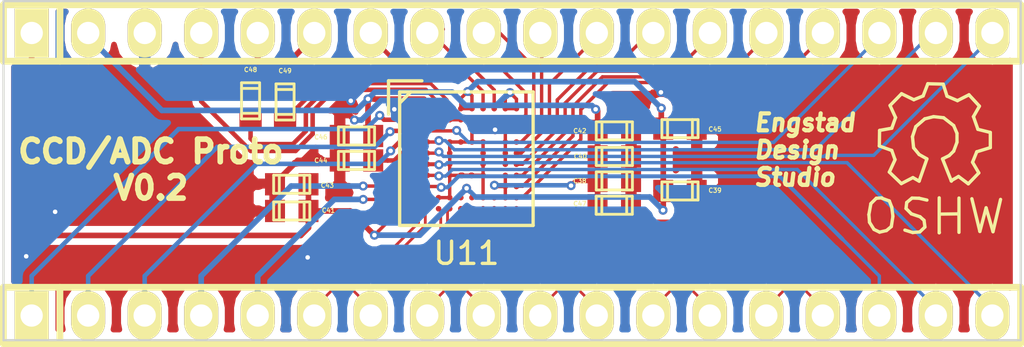
<source format=kicad_pcb>
(kicad_pcb (version 4) (host pcbnew 0.201506222247+5806~23~ubuntu15.04.1-product)

  (general
    (links 98)
    (no_connects 0)
    (area 34.985599 44.237599 80.805601 59.577601)
    (thickness 1.6)
    (drawings 6)
    (tracks 443)
    (zones 0)
    (modules 16)
    (nets 39)
  )

  (page A4)
  (layers
    (0 F.Cu signal)
    (31 B.Cu signal)
    (32 B.Adhes user)
    (33 F.Adhes user)
    (34 B.Paste user)
    (35 F.Paste user)
    (36 B.SilkS user)
    (37 F.SilkS user)
    (38 B.Mask user)
    (39 F.Mask user)
    (40 Dwgs.User user)
    (41 Cmts.User user)
    (42 Eco1.User user)
    (43 Eco2.User user)
    (44 Edge.Cuts user)
    (45 Margin user)
    (46 B.CrtYd user)
    (47 F.CrtYd user)
    (48 B.Fab user)
    (49 F.Fab user)
  )

  (setup
    (last_trace_width 0.1524)
    (user_trace_width 0.1524)
    (user_trace_width 0.1778)
    (user_trace_width 0.2032)
    (user_trace_width 0.254)
    (user_trace_width 0.3048)
    (user_trace_width 0.381)
    (user_trace_width 0.508)
    (user_trace_width 0.762)
    (user_trace_width 1.016)
    (user_trace_width 1.27)
    (trace_clearance 0.1016)
    (zone_clearance 0.3)
    (zone_45_only no)
    (trace_min 0.1524)
    (segment_width 0.2)
    (edge_width 0.1)
    (via_size 0.4064)
    (via_drill 0.2032)
    (via_min_size 0.4064)
    (via_min_drill 0.2032)
    (user_via 0.4064 0.2032)
    (uvia_size 0.3)
    (uvia_drill 0.1)
    (uvias_allowed no)
    (uvia_min_size 0)
    (uvia_min_drill 0)
    (pcb_text_width 0.3)
    (pcb_text_size 1.5 1.5)
    (mod_edge_width 0.15)
    (mod_text_size 1 1)
    (mod_text_width 0.15)
    (pad_size 1.5 1.5)
    (pad_drill 0.6)
    (pad_to_mask_clearance 0)
    (aux_axis_origin 67.85 99.8)
    (grid_origin 36.3056 45.5576)
    (visible_elements FFFFFFFF)
    (pcbplotparams
      (layerselection 0x0f0ff_80000001)
      (usegerberextensions false)
      (excludeedgelayer true)
      (linewidth 0.100000)
      (plotframeref false)
      (viasonmask false)
      (mode 1)
      (useauxorigin false)
      (hpglpennumber 1)
      (hpglpenspeed 20)
      (hpglpendiameter 15)
      (hpglpenoverlay 2)
      (psnegative false)
      (psa4output false)
      (plotreference true)
      (plotvalue true)
      (plotinvisibletext false)
      (padsonsilk false)
      (subtractmaskfromsilk false)
      (outputformat 1)
      (mirror false)
      (drillshape 0)
      (scaleselection 1)
      (outputdirectory ../gerber/proto-1/))
  )

  (net 0 "")
  (net 1 /h-driver/3V3)
  (net 2 /h-driver/1V8)
  (net 3 /h-driver/RG1)
  (net 4 /h-driver/RG2)
  (net 5 /h-driver/HL1)
  (net 6 /h-driver/H1)
  (net 7 /h-driver/HL2)
  (net 8 /h-driver/A0+)
  (net 9 /h-driver/A0-)
  (net 10 /h-driver/A1+)
  (net 11 /h-driver/A1-)
  (net 12 /h-driver/TCLK+)
  (net 13 /h-driver/TCLK-)
  (net 14 /h-driver/B0+)
  (net 15 /h-driver/B0-)
  (net 16 /h-driver/B1+)
  (net 17 /h-driver/B1-)
  (net 18 /h-driver/CLI)
  (net 19 /h-driver/GP01)
  (net 20 /h-driver/GP02)
  (net 21 /h-driver/GP03)
  (net 22 /h-driver/GP04)
  (net 23 /h-driver/SCK)
  (net 24 /h-driver/SDATA)
  (net 25 /h-driver/SL)
  (net 26 /h-driver/SYNC)
  (net 27 /h-driver/VD)
  (net 28 /h-driver/HD)
  (net 29 "Net-(C48-Pad2)")
  (net 30 "Net-(C49-Pad2)")
  (net 31 /h-driver/GND)
  (net 32 /h-driver/IN_A+)
  (net 33 /h-driver/IN_B+)
  (net 34 /h-driver/IN_B-)
  (net 35 /h-driver/IN_A-)
  (net 36 /h-driver/H4)
  (net 37 /h-driver/H3)
  (net 38 /h-driver/H2)

  (net_class Default "This is the default net class."
    (clearance 0.1016)
    (trace_width 0.1524)
    (via_dia 0.4064)
    (via_drill 0.2032)
    (uvia_dia 0.3)
    (uvia_drill 0.1)
    (add_net /h-driver/1V8)
    (add_net /h-driver/3V3)
    (add_net /h-driver/A0+)
    (add_net /h-driver/A0-)
    (add_net /h-driver/A1+)
    (add_net /h-driver/A1-)
    (add_net /h-driver/B0+)
    (add_net /h-driver/B0-)
    (add_net /h-driver/B1+)
    (add_net /h-driver/B1-)
    (add_net /h-driver/CLI)
    (add_net /h-driver/GND)
    (add_net /h-driver/GP01)
    (add_net /h-driver/GP02)
    (add_net /h-driver/GP03)
    (add_net /h-driver/GP04)
    (add_net /h-driver/H1)
    (add_net /h-driver/H2)
    (add_net /h-driver/H3)
    (add_net /h-driver/H4)
    (add_net /h-driver/HD)
    (add_net /h-driver/HL1)
    (add_net /h-driver/HL2)
    (add_net /h-driver/IN_A+)
    (add_net /h-driver/IN_A-)
    (add_net /h-driver/IN_B+)
    (add_net /h-driver/IN_B-)
    (add_net /h-driver/RG1)
    (add_net /h-driver/RG2)
    (add_net /h-driver/SCK)
    (add_net /h-driver/SDATA)
    (add_net /h-driver/SL)
    (add_net /h-driver/SYNC)
    (add_net /h-driver/TCLK+)
    (add_net /h-driver/TCLK-)
    (add_net /h-driver/VD)
    (add_net "Net-(C48-Pad2)")
    (add_net "Net-(C49-Pad2)")
  )

  (module w_smd_cap:c_0603 (layer F.Cu) (tedit 0) (tstamp 557FB0C4)
    (at 62.49 52.37 180)
    (descr "SMT capacitor, 0603")
    (path /557AD230/557B1270)
    (fp_text reference C38 (at 1.55 0 180) (layer F.SilkS)
      (effects (font (size 0.20066 0.20066) (thickness 0.04064)))
    )
    (fp_text value 0.1uF (at 0 0.635 180) (layer F.SilkS) hide
      (effects (font (size 0.20066 0.20066) (thickness 0.04064)))
    )
    (fp_line (start 0.5588 0.4064) (end 0.5588 -0.4064) (layer F.SilkS) (width 0.127))
    (fp_line (start -0.5588 -0.381) (end -0.5588 0.4064) (layer F.SilkS) (width 0.127))
    (fp_line (start -0.8128 -0.4064) (end 0.8128 -0.4064) (layer F.SilkS) (width 0.127))
    (fp_line (start 0.8128 -0.4064) (end 0.8128 0.4064) (layer F.SilkS) (width 0.127))
    (fp_line (start 0.8128 0.4064) (end -0.8128 0.4064) (layer F.SilkS) (width 0.127))
    (fp_line (start -0.8128 0.4064) (end -0.8128 -0.4064) (layer F.SilkS) (width 0.127))
    (pad 1 smd rect (at 0.75184 0 180) (size 0.89916 1.00076) (layers F.Cu F.Paste F.Mask)
      (net 1 /h-driver/3V3))
    (pad 2 smd rect (at -0.75184 0 180) (size 0.89916 1.00076) (layers F.Cu F.Paste F.Mask)
      (net 31 /h-driver/GND))
    (model walter/smd_cap/c_0603.wrl
      (at (xyz 0 0 0))
      (scale (xyz 1 1 1))
      (rotate (xyz 0 0 0))
    )
  )

  (module w_smd_cap:c_0603 (layer F.Cu) (tedit 0) (tstamp 557FB0D0)
    (at 65.44 52.82 180)
    (descr "SMT capacitor, 0603")
    (path /557AD230/557B1F86)
    (fp_text reference C39 (at -1.575 0.025 180) (layer F.SilkS)
      (effects (font (size 0.20066 0.20066) (thickness 0.04064)))
    )
    (fp_text value 0.1uF (at 0 0.635 180) (layer F.SilkS) hide
      (effects (font (size 0.20066 0.20066) (thickness 0.04064)))
    )
    (fp_line (start 0.5588 0.4064) (end 0.5588 -0.4064) (layer F.SilkS) (width 0.127))
    (fp_line (start -0.5588 -0.381) (end -0.5588 0.4064) (layer F.SilkS) (width 0.127))
    (fp_line (start -0.8128 -0.4064) (end 0.8128 -0.4064) (layer F.SilkS) (width 0.127))
    (fp_line (start 0.8128 -0.4064) (end 0.8128 0.4064) (layer F.SilkS) (width 0.127))
    (fp_line (start 0.8128 0.4064) (end -0.8128 0.4064) (layer F.SilkS) (width 0.127))
    (fp_line (start -0.8128 0.4064) (end -0.8128 -0.4064) (layer F.SilkS) (width 0.127))
    (pad 1 smd rect (at 0.75184 0 180) (size 0.89916 1.00076) (layers F.Cu F.Paste F.Mask)
      (net 2 /h-driver/1V8))
    (pad 2 smd rect (at -0.75184 0 180) (size 0.89916 1.00076) (layers F.Cu F.Paste F.Mask)
      (net 31 /h-driver/GND))
    (model walter/smd_cap/c_0603.wrl
      (at (xyz 0 0 0))
      (scale (xyz 1 1 1))
      (rotate (xyz 0 0 0))
    )
  )

  (module w_smd_cap:c_0603 (layer F.Cu) (tedit 0) (tstamp 557FB0DC)
    (at 62.49 51.27 180)
    (descr "SMT capacitor, 0603")
    (path /557AD230/557B1343)
    (fp_text reference C40 (at 1.525 0 180) (layer F.SilkS)
      (effects (font (size 0.20066 0.20066) (thickness 0.04064)))
    )
    (fp_text value 0.1uF (at 0 0.635 180) (layer F.SilkS) hide
      (effects (font (size 0.20066 0.20066) (thickness 0.04064)))
    )
    (fp_line (start 0.5588 0.4064) (end 0.5588 -0.4064) (layer F.SilkS) (width 0.127))
    (fp_line (start -0.5588 -0.381) (end -0.5588 0.4064) (layer F.SilkS) (width 0.127))
    (fp_line (start -0.8128 -0.4064) (end 0.8128 -0.4064) (layer F.SilkS) (width 0.127))
    (fp_line (start 0.8128 -0.4064) (end 0.8128 0.4064) (layer F.SilkS) (width 0.127))
    (fp_line (start 0.8128 0.4064) (end -0.8128 0.4064) (layer F.SilkS) (width 0.127))
    (fp_line (start -0.8128 0.4064) (end -0.8128 -0.4064) (layer F.SilkS) (width 0.127))
    (pad 1 smd rect (at 0.75184 0 180) (size 0.89916 1.00076) (layers F.Cu F.Paste F.Mask)
      (net 1 /h-driver/3V3))
    (pad 2 smd rect (at -0.75184 0 180) (size 0.89916 1.00076) (layers F.Cu F.Paste F.Mask)
      (net 31 /h-driver/GND))
    (model walter/smd_cap/c_0603.wrl
      (at (xyz 0 0 0))
      (scale (xyz 1 1 1))
      (rotate (xyz 0 0 0))
    )
  )

  (module w_smd_cap:c_0603 (layer F.Cu) (tedit 0) (tstamp 557FB0E8)
    (at 47.99 53.72)
    (descr "SMT capacitor, 0603")
    (path /557AD230/557B211B)
    (fp_text reference C41 (at 1.65 -0.025) (layer F.SilkS)
      (effects (font (size 0.20066 0.20066) (thickness 0.04064)))
    )
    (fp_text value 0.1uF (at 0 0.635) (layer F.SilkS) hide
      (effects (font (size 0.20066 0.20066) (thickness 0.04064)))
    )
    (fp_line (start 0.5588 0.4064) (end 0.5588 -0.4064) (layer F.SilkS) (width 0.127))
    (fp_line (start -0.5588 -0.381) (end -0.5588 0.4064) (layer F.SilkS) (width 0.127))
    (fp_line (start -0.8128 -0.4064) (end 0.8128 -0.4064) (layer F.SilkS) (width 0.127))
    (fp_line (start 0.8128 -0.4064) (end 0.8128 0.4064) (layer F.SilkS) (width 0.127))
    (fp_line (start 0.8128 0.4064) (end -0.8128 0.4064) (layer F.SilkS) (width 0.127))
    (fp_line (start -0.8128 0.4064) (end -0.8128 -0.4064) (layer F.SilkS) (width 0.127))
    (pad 1 smd rect (at 0.75184 0) (size 0.89916 1.00076) (layers F.Cu F.Paste F.Mask)
      (net 2 /h-driver/1V8))
    (pad 2 smd rect (at -0.75184 0) (size 0.89916 1.00076) (layers F.Cu F.Paste F.Mask)
      (net 31 /h-driver/GND))
    (model walter/smd_cap/c_0603.wrl
      (at (xyz 0 0 0))
      (scale (xyz 1 1 1))
      (rotate (xyz 0 0 0))
    )
  )

  (module w_smd_cap:c_0603 (layer F.Cu) (tedit 0) (tstamp 557FB0F4)
    (at 62.49 50.12 180)
    (descr "SMT capacitor, 0603")
    (path /557AD230/557B320A)
    (fp_text reference C42 (at 1.55 0 180) (layer F.SilkS)
      (effects (font (size 0.20066 0.20066) (thickness 0.04064)))
    )
    (fp_text value 0.1uF (at 0 0.635 180) (layer F.SilkS) hide
      (effects (font (size 0.20066 0.20066) (thickness 0.04064)))
    )
    (fp_line (start 0.5588 0.4064) (end 0.5588 -0.4064) (layer F.SilkS) (width 0.127))
    (fp_line (start -0.5588 -0.381) (end -0.5588 0.4064) (layer F.SilkS) (width 0.127))
    (fp_line (start -0.8128 -0.4064) (end 0.8128 -0.4064) (layer F.SilkS) (width 0.127))
    (fp_line (start 0.8128 -0.4064) (end 0.8128 0.4064) (layer F.SilkS) (width 0.127))
    (fp_line (start 0.8128 0.4064) (end -0.8128 0.4064) (layer F.SilkS) (width 0.127))
    (fp_line (start -0.8128 0.4064) (end -0.8128 -0.4064) (layer F.SilkS) (width 0.127))
    (pad 1 smd rect (at 0.75184 0 180) (size 0.89916 1.00076) (layers F.Cu F.Paste F.Mask)
      (net 1 /h-driver/3V3))
    (pad 2 smd rect (at -0.75184 0 180) (size 0.89916 1.00076) (layers F.Cu F.Paste F.Mask)
      (net 31 /h-driver/GND))
    (model walter/smd_cap/c_0603.wrl
      (at (xyz 0 0 0))
      (scale (xyz 1 1 1))
      (rotate (xyz 0 0 0))
    )
  )

  (module w_smd_cap:c_0603 (layer F.Cu) (tedit 0) (tstamp 557FB100)
    (at 47.99 52.52)
    (descr "SMT capacitor, 0603")
    (path /557AD230/557B220F)
    (fp_text reference C43 (at 1.6 0.05) (layer F.SilkS)
      (effects (font (size 0.20066 0.20066) (thickness 0.04064)))
    )
    (fp_text value 0.1uF (at 0 0.635) (layer F.SilkS) hide
      (effects (font (size 0.20066 0.20066) (thickness 0.04064)))
    )
    (fp_line (start 0.5588 0.4064) (end 0.5588 -0.4064) (layer F.SilkS) (width 0.127))
    (fp_line (start -0.5588 -0.381) (end -0.5588 0.4064) (layer F.SilkS) (width 0.127))
    (fp_line (start -0.8128 -0.4064) (end 0.8128 -0.4064) (layer F.SilkS) (width 0.127))
    (fp_line (start 0.8128 -0.4064) (end 0.8128 0.4064) (layer F.SilkS) (width 0.127))
    (fp_line (start 0.8128 0.4064) (end -0.8128 0.4064) (layer F.SilkS) (width 0.127))
    (fp_line (start -0.8128 0.4064) (end -0.8128 -0.4064) (layer F.SilkS) (width 0.127))
    (pad 1 smd rect (at 0.75184 0) (size 0.89916 1.00076) (layers F.Cu F.Paste F.Mask)
      (net 2 /h-driver/1V8))
    (pad 2 smd rect (at -0.75184 0) (size 0.89916 1.00076) (layers F.Cu F.Paste F.Mask)
      (net 31 /h-driver/GND))
    (model walter/smd_cap/c_0603.wrl
      (at (xyz 0 0 0))
      (scale (xyz 1 1 1))
      (rotate (xyz 0 0 0))
    )
  )

  (module w_smd_cap:c_0603 (layer F.Cu) (tedit 0) (tstamp 557FB10C)
    (at 50.9 51.45)
    (descr "SMT capacitor, 0603")
    (path /557AD230/557E9A62)
    (fp_text reference C44 (at -1.6 0) (layer F.SilkS)
      (effects (font (size 0.20066 0.20066) (thickness 0.04064)))
    )
    (fp_text value 0.1uF (at 0 0.635) (layer F.SilkS) hide
      (effects (font (size 0.20066 0.20066) (thickness 0.04064)))
    )
    (fp_line (start 0.5588 0.4064) (end 0.5588 -0.4064) (layer F.SilkS) (width 0.127))
    (fp_line (start -0.5588 -0.381) (end -0.5588 0.4064) (layer F.SilkS) (width 0.127))
    (fp_line (start -0.8128 -0.4064) (end 0.8128 -0.4064) (layer F.SilkS) (width 0.127))
    (fp_line (start 0.8128 -0.4064) (end 0.8128 0.4064) (layer F.SilkS) (width 0.127))
    (fp_line (start 0.8128 0.4064) (end -0.8128 0.4064) (layer F.SilkS) (width 0.127))
    (fp_line (start -0.8128 0.4064) (end -0.8128 -0.4064) (layer F.SilkS) (width 0.127))
    (pad 1 smd rect (at 0.75184 0) (size 0.89916 1.00076) (layers F.Cu F.Paste F.Mask)
      (net 1 /h-driver/3V3))
    (pad 2 smd rect (at -0.75184 0) (size 0.89916 1.00076) (layers F.Cu F.Paste F.Mask)
      (net 31 /h-driver/GND))
    (model walter/smd_cap/c_0603.wrl
      (at (xyz 0 0 0))
      (scale (xyz 1 1 1))
      (rotate (xyz 0 0 0))
    )
  )

  (module w_smd_cap:c_0603 (layer F.Cu) (tedit 0) (tstamp 557FB118)
    (at 65.44 50.02 180)
    (descr "SMT capacitor, 0603")
    (path /557AD230/557B39CA)
    (fp_text reference C45 (at -1.575 -0.025 180) (layer F.SilkS)
      (effects (font (size 0.20066 0.20066) (thickness 0.04064)))
    )
    (fp_text value 0.1uF (at 0 0.635 180) (layer F.SilkS) hide
      (effects (font (size 0.20066 0.20066) (thickness 0.04064)))
    )
    (fp_line (start 0.5588 0.4064) (end 0.5588 -0.4064) (layer F.SilkS) (width 0.127))
    (fp_line (start -0.5588 -0.381) (end -0.5588 0.4064) (layer F.SilkS) (width 0.127))
    (fp_line (start -0.8128 -0.4064) (end 0.8128 -0.4064) (layer F.SilkS) (width 0.127))
    (fp_line (start 0.8128 -0.4064) (end 0.8128 0.4064) (layer F.SilkS) (width 0.127))
    (fp_line (start 0.8128 0.4064) (end -0.8128 0.4064) (layer F.SilkS) (width 0.127))
    (fp_line (start -0.8128 0.4064) (end -0.8128 -0.4064) (layer F.SilkS) (width 0.127))
    (pad 1 smd rect (at 0.75184 0 180) (size 0.89916 1.00076) (layers F.Cu F.Paste F.Mask)
      (net 2 /h-driver/1V8))
    (pad 2 smd rect (at -0.75184 0 180) (size 0.89916 1.00076) (layers F.Cu F.Paste F.Mask)
      (net 31 /h-driver/GND))
    (model walter/smd_cap/c_0603.wrl
      (at (xyz 0 0 0))
      (scale (xyz 1 1 1))
      (rotate (xyz 0 0 0))
    )
  )

  (module w_smd_cap:c_0603 (layer F.Cu) (tedit 0) (tstamp 557FB124)
    (at 50.9 50.35)
    (descr "SMT capacitor, 0603")
    (path /557AD230/557B3531)
    (fp_text reference C46 (at -1.6 0.05) (layer F.SilkS)
      (effects (font (size 0.20066 0.20066) (thickness 0.04064)))
    )
    (fp_text value 0.1uF (at 0 0.635) (layer F.SilkS) hide
      (effects (font (size 0.20066 0.20066) (thickness 0.04064)))
    )
    (fp_line (start 0.5588 0.4064) (end 0.5588 -0.4064) (layer F.SilkS) (width 0.127))
    (fp_line (start -0.5588 -0.381) (end -0.5588 0.4064) (layer F.SilkS) (width 0.127))
    (fp_line (start -0.8128 -0.4064) (end 0.8128 -0.4064) (layer F.SilkS) (width 0.127))
    (fp_line (start 0.8128 -0.4064) (end 0.8128 0.4064) (layer F.SilkS) (width 0.127))
    (fp_line (start 0.8128 0.4064) (end -0.8128 0.4064) (layer F.SilkS) (width 0.127))
    (fp_line (start -0.8128 0.4064) (end -0.8128 -0.4064) (layer F.SilkS) (width 0.127))
    (pad 1 smd rect (at 0.75184 0) (size 0.89916 1.00076) (layers F.Cu F.Paste F.Mask)
      (net 1 /h-driver/3V3))
    (pad 2 smd rect (at -0.75184 0) (size 0.89916 1.00076) (layers F.Cu F.Paste F.Mask)
      (net 31 /h-driver/GND))
    (model walter/smd_cap/c_0603.wrl
      (at (xyz 0 0 0))
      (scale (xyz 1 1 1))
      (rotate (xyz 0 0 0))
    )
  )

  (module w_smd_cap:c_0603 (layer F.Cu) (tedit 0) (tstamp 557FB130)
    (at 62.48566 53.46196 180)
    (descr "SMT capacitor, 0603")
    (path /557AD230/557B336A)
    (fp_text reference C47 (at 1.54566 0.06696 180) (layer F.SilkS)
      (effects (font (size 0.20066 0.20066) (thickness 0.04064)))
    )
    (fp_text value 4.7uF (at 0 0.635 180) (layer F.SilkS) hide
      (effects (font (size 0.20066 0.20066) (thickness 0.04064)))
    )
    (fp_line (start 0.5588 0.4064) (end 0.5588 -0.4064) (layer F.SilkS) (width 0.127))
    (fp_line (start -0.5588 -0.381) (end -0.5588 0.4064) (layer F.SilkS) (width 0.127))
    (fp_line (start -0.8128 -0.4064) (end 0.8128 -0.4064) (layer F.SilkS) (width 0.127))
    (fp_line (start 0.8128 -0.4064) (end 0.8128 0.4064) (layer F.SilkS) (width 0.127))
    (fp_line (start 0.8128 0.4064) (end -0.8128 0.4064) (layer F.SilkS) (width 0.127))
    (fp_line (start -0.8128 0.4064) (end -0.8128 -0.4064) (layer F.SilkS) (width 0.127))
    (pad 1 smd rect (at 0.75184 0 180) (size 0.89916 1.00076) (layers F.Cu F.Paste F.Mask)
      (net 1 /h-driver/3V3))
    (pad 2 smd rect (at -0.75184 0 180) (size 0.89916 1.00076) (layers F.Cu F.Paste F.Mask)
      (net 31 /h-driver/GND))
    (model walter/smd_cap/c_0603.wrl
      (at (xyz 0 0 0))
      (scale (xyz 1 1 1))
      (rotate (xyz 0 0 0))
    )
  )

  (module w_smd_cap:c_0603 (layer F.Cu) (tedit 0) (tstamp 557FB13C)
    (at 46.14 48.77 90)
    (descr "SMT capacitor, 0603")
    (path /557AD230/557B103C)
    (fp_text reference C48 (at 1.4 0 180) (layer F.SilkS)
      (effects (font (size 0.20066 0.20066) (thickness 0.04064)))
    )
    (fp_text value 0.1u (at 0 0.635 90) (layer F.SilkS) hide
      (effects (font (size 0.20066 0.20066) (thickness 0.04064)))
    )
    (fp_line (start 0.5588 0.4064) (end 0.5588 -0.4064) (layer F.SilkS) (width 0.127))
    (fp_line (start -0.5588 -0.381) (end -0.5588 0.4064) (layer F.SilkS) (width 0.127))
    (fp_line (start -0.8128 -0.4064) (end 0.8128 -0.4064) (layer F.SilkS) (width 0.127))
    (fp_line (start 0.8128 -0.4064) (end 0.8128 0.4064) (layer F.SilkS) (width 0.127))
    (fp_line (start 0.8128 0.4064) (end -0.8128 0.4064) (layer F.SilkS) (width 0.127))
    (fp_line (start -0.8128 0.4064) (end -0.8128 -0.4064) (layer F.SilkS) (width 0.127))
    (pad 1 smd rect (at 0.75184 0 90) (size 0.89916 1.00076) (layers F.Cu F.Paste F.Mask)
      (net 32 /h-driver/IN_A+))
    (pad 2 smd rect (at -0.75184 0 90) (size 0.89916 1.00076) (layers F.Cu F.Paste F.Mask)
      (net 29 "Net-(C48-Pad2)"))
    (model walter/smd_cap/c_0603.wrl
      (at (xyz 0 0 0))
      (scale (xyz 1 1 1))
      (rotate (xyz 0 0 0))
    )
  )

  (module w_smd_cap:c_0603 (layer F.Cu) (tedit 55809D40) (tstamp 557FB148)
    (at 47.69 48.82 90)
    (descr "SMT capacitor, 0603")
    (path /557AD230/557B105D)
    (fp_text reference C49 (at 1.4 0 180) (layer F.SilkS)
      (effects (font (size 0.20066 0.20066) (thickness 0.04064)))
    )
    (fp_text value 0.1u (at 0 0.635 90) (layer F.SilkS) hide
      (effects (font (size 0.20066 0.20066) (thickness 0.04064)))
    )
    (fp_line (start 0.5588 0.4064) (end 0.5588 -0.4064) (layer F.SilkS) (width 0.127))
    (fp_line (start -0.5588 -0.381) (end -0.5588 0.4064) (layer F.SilkS) (width 0.127))
    (fp_line (start -0.8128 -0.4064) (end 0.8128 -0.4064) (layer F.SilkS) (width 0.127))
    (fp_line (start 0.8128 -0.4064) (end 0.8128 0.4064) (layer F.SilkS) (width 0.127))
    (fp_line (start 0.8128 0.4064) (end -0.8128 0.4064) (layer F.SilkS) (width 0.127))
    (fp_line (start -0.8128 0.4064) (end -0.8128 -0.4064) (layer F.SilkS) (width 0.127))
    (pad 1 smd rect (at 0.75184 0 90) (size 0.89916 1.00076) (layers F.Cu F.Paste F.Mask)
      (net 33 /h-driver/IN_B+))
    (pad 2 smd rect (at -0.75184 0 90) (size 0.89916 1.00076) (layers F.Cu F.Paste F.Mask)
      (net 30 "Net-(C49-Pad2)"))
    (model walter/smd_cap/c_0603.wrl
      (at (xyz 0 0 0))
      (scale (xyz 1 1 1))
      (rotate (xyz 0 0 0))
    )
  )

  (module Symbols:Symbol_OSHW-Logo_SilkScreen (layer F.Cu) (tedit 55809D60) (tstamp 55809488)
    (at 76.89 50.48)
    (descr "Symbol, OSHW-Logo, Silk Screen,")
    (tags "Symbol, OSHW-Logo, Silk Screen,")
    (fp_text reference REF** (at 6.3 -1.29) (layer F.SilkS) hide
      (effects (font (size 1 1) (thickness 0.15)))
    )
    (fp_text value Logo (at 4.44 0.49) (layer F.Fab) hide
      (effects (font (size 1 1) (thickness 0.15)))
    )
    (fp_line (start 1.66878 2.68986) (end 2.02946 4.16052) (layer F.SilkS) (width 0.15))
    (fp_line (start 2.02946 4.16052) (end 2.30886 3.0988) (layer F.SilkS) (width 0.15))
    (fp_line (start 2.30886 3.0988) (end 2.61874 4.17068) (layer F.SilkS) (width 0.15))
    (fp_line (start 2.61874 4.17068) (end 2.9591 2.72034) (layer F.SilkS) (width 0.15))
    (fp_line (start 0.24892 3.38074) (end 1.03886 3.37058) (layer F.SilkS) (width 0.15))
    (fp_line (start 1.03886 3.37058) (end 1.04902 3.38074) (layer F.SilkS) (width 0.15))
    (fp_line (start 1.04902 3.38074) (end 1.04902 3.37058) (layer F.SilkS) (width 0.15))
    (fp_line (start 1.08966 2.65938) (end 1.08966 4.20116) (layer F.SilkS) (width 0.15))
    (fp_line (start 0.20066 2.64922) (end 0.20066 4.21894) (layer F.SilkS) (width 0.15))
    (fp_line (start 0.20066 4.21894) (end 0.21082 4.20878) (layer F.SilkS) (width 0.15))
    (fp_line (start -0.35052 2.75082) (end -0.70104 2.66954) (layer F.SilkS) (width 0.15))
    (fp_line (start -0.70104 2.66954) (end -1.02108 2.65938) (layer F.SilkS) (width 0.15))
    (fp_line (start -1.02108 2.65938) (end -1.25984 2.86004) (layer F.SilkS) (width 0.15))
    (fp_line (start -1.25984 2.86004) (end -1.29032 3.12928) (layer F.SilkS) (width 0.15))
    (fp_line (start -1.29032 3.12928) (end -1.04902 3.37058) (layer F.SilkS) (width 0.15))
    (fp_line (start -1.04902 3.37058) (end -0.6604 3.50012) (layer F.SilkS) (width 0.15))
    (fp_line (start -0.6604 3.50012) (end -0.48006 3.66014) (layer F.SilkS) (width 0.15))
    (fp_line (start -0.48006 3.66014) (end -0.43942 3.95986) (layer F.SilkS) (width 0.15))
    (fp_line (start -0.43942 3.95986) (end -0.67056 4.18084) (layer F.SilkS) (width 0.15))
    (fp_line (start -0.67056 4.18084) (end -0.9906 4.20878) (layer F.SilkS) (width 0.15))
    (fp_line (start -0.9906 4.20878) (end -1.34112 4.09956) (layer F.SilkS) (width 0.15))
    (fp_line (start -2.37998 2.64922) (end -2.6289 2.66954) (layer F.SilkS) (width 0.15))
    (fp_line (start -2.6289 2.66954) (end -2.8702 2.91084) (layer F.SilkS) (width 0.15))
    (fp_line (start -2.8702 2.91084) (end -2.9591 3.40106) (layer F.SilkS) (width 0.15))
    (fp_line (start -2.9591 3.40106) (end -2.93116 3.74904) (layer F.SilkS) (width 0.15))
    (fp_line (start -2.93116 3.74904) (end -2.7305 4.06908) (layer F.SilkS) (width 0.15))
    (fp_line (start -2.7305 4.06908) (end -2.47904 4.191) (layer F.SilkS) (width 0.15))
    (fp_line (start -2.47904 4.191) (end -2.16916 4.11988) (layer F.SilkS) (width 0.15))
    (fp_line (start -2.16916 4.11988) (end -1.95072 3.93954) (layer F.SilkS) (width 0.15))
    (fp_line (start -1.95072 3.93954) (end -1.8796 3.4798) (layer F.SilkS) (width 0.15))
    (fp_line (start -1.8796 3.4798) (end -1.9304 3.07086) (layer F.SilkS) (width 0.15))
    (fp_line (start -1.9304 3.07086) (end -2.03962 2.78892) (layer F.SilkS) (width 0.15))
    (fp_line (start -2.03962 2.78892) (end -2.4003 2.65938) (layer F.SilkS) (width 0.15))
    (fp_line (start -1.78054 0.92964) (end -2.03962 1.49098) (layer F.SilkS) (width 0.15))
    (fp_line (start -2.03962 1.49098) (end -1.50114 2.00914) (layer F.SilkS) (width 0.15))
    (fp_line (start -1.50114 2.00914) (end -0.98044 1.7399) (layer F.SilkS) (width 0.15))
    (fp_line (start -0.98044 1.7399) (end -0.70104 1.89992) (layer F.SilkS) (width 0.15))
    (fp_line (start 0.73914 1.8796) (end 1.06934 1.6891) (layer F.SilkS) (width 0.15))
    (fp_line (start 1.06934 1.6891) (end 1.50876 2.0193) (layer F.SilkS) (width 0.15))
    (fp_line (start 1.50876 2.0193) (end 1.9812 1.52908) (layer F.SilkS) (width 0.15))
    (fp_line (start 1.9812 1.52908) (end 1.69926 1.04902) (layer F.SilkS) (width 0.15))
    (fp_line (start 1.69926 1.04902) (end 1.88976 0.57912) (layer F.SilkS) (width 0.15))
    (fp_line (start 1.88976 0.57912) (end 2.49936 0.39116) (layer F.SilkS) (width 0.15))
    (fp_line (start 2.49936 0.39116) (end 2.49936 -0.28956) (layer F.SilkS) (width 0.15))
    (fp_line (start 2.49936 -0.28956) (end 1.94056 -0.42926) (layer F.SilkS) (width 0.15))
    (fp_line (start 1.94056 -0.42926) (end 1.7399 -1.00076) (layer F.SilkS) (width 0.15))
    (fp_line (start 1.7399 -1.00076) (end 2.00914 -1.47066) (layer F.SilkS) (width 0.15))
    (fp_line (start 2.00914 -1.47066) (end 1.53924 -1.9812) (layer F.SilkS) (width 0.15))
    (fp_line (start 1.53924 -1.9812) (end 1.02108 -1.71958) (layer F.SilkS) (width 0.15))
    (fp_line (start 1.02108 -1.71958) (end 0.55118 -1.92024) (layer F.SilkS) (width 0.15))
    (fp_line (start 0.55118 -1.92024) (end 0.381 -2.46126) (layer F.SilkS) (width 0.15))
    (fp_line (start 0.381 -2.46126) (end -0.30988 -2.47904) (layer F.SilkS) (width 0.15))
    (fp_line (start -0.30988 -2.47904) (end -0.5207 -1.9304) (layer F.SilkS) (width 0.15))
    (fp_line (start -0.5207 -1.9304) (end -0.9398 -1.76022) (layer F.SilkS) (width 0.15))
    (fp_line (start -0.9398 -1.76022) (end -1.49098 -2.02946) (layer F.SilkS) (width 0.15))
    (fp_line (start -1.49098 -2.02946) (end -2.00914 -1.50114) (layer F.SilkS) (width 0.15))
    (fp_line (start -2.00914 -1.50114) (end -1.76022 -0.96012) (layer F.SilkS) (width 0.15))
    (fp_line (start -1.76022 -0.96012) (end -1.9304 -0.48006) (layer F.SilkS) (width 0.15))
    (fp_line (start -1.9304 -0.48006) (end -2.47904 -0.381) (layer F.SilkS) (width 0.15))
    (fp_line (start -2.47904 -0.381) (end -2.4892 0.32004) (layer F.SilkS) (width 0.15))
    (fp_line (start -2.4892 0.32004) (end -1.9304 0.5207) (layer F.SilkS) (width 0.15))
    (fp_line (start -1.9304 0.5207) (end -1.7907 0.91948) (layer F.SilkS) (width 0.15))
    (fp_line (start 0.35052 0.89916) (end 0.65024 0.7493) (layer F.SilkS) (width 0.15))
    (fp_line (start 0.65024 0.7493) (end 0.8509 0.55118) (layer F.SilkS) (width 0.15))
    (fp_line (start 0.8509 0.55118) (end 1.00076 0.14986) (layer F.SilkS) (width 0.15))
    (fp_line (start 1.00076 0.14986) (end 1.00076 -0.24892) (layer F.SilkS) (width 0.15))
    (fp_line (start 1.00076 -0.24892) (end 0.8509 -0.59944) (layer F.SilkS) (width 0.15))
    (fp_line (start 0.8509 -0.59944) (end 0.39878 -0.94996) (layer F.SilkS) (width 0.15))
    (fp_line (start 0.39878 -0.94996) (end -0.0508 -1.00076) (layer F.SilkS) (width 0.15))
    (fp_line (start -0.0508 -1.00076) (end -0.44958 -0.89916) (layer F.SilkS) (width 0.15))
    (fp_line (start -0.44958 -0.89916) (end -0.8509 -0.55118) (layer F.SilkS) (width 0.15))
    (fp_line (start -0.8509 -0.55118) (end -1.00076 -0.09906) (layer F.SilkS) (width 0.15))
    (fp_line (start -1.00076 -0.09906) (end -0.94996 0.39878) (layer F.SilkS) (width 0.15))
    (fp_line (start -0.94996 0.39878) (end -0.70104 0.70104) (layer F.SilkS) (width 0.15))
    (fp_line (start -0.70104 0.70104) (end -0.35052 0.89916) (layer F.SilkS) (width 0.15))
    (fp_line (start -0.35052 0.89916) (end -0.70104 1.89992) (layer F.SilkS) (width 0.15))
    (fp_line (start 0.35052 0.89916) (end 0.7493 1.89992) (layer F.SilkS) (width 0.15))
  )

  (module w_pin_strip:pin_strip_18 (layer F.Cu) (tedit 5588FA7B) (tstamp 55884486)
    (at 57.89 58.42)
    (descr "Pin strip 18pin")
    (tags "CONN DEV")
    (path /557AD230/5588671F)
    (fp_text reference P2 (at 0 -2.159) (layer F.SilkS) hide
      (effects (font (size 1.016 1.016) (thickness 0.2032)))
    )
    (fp_text value CONN_01X18 (at 0.254 -3.556) (layer F.SilkS) hide
      (effects (font (size 1.016 0.889) (thickness 0.2032)))
    )
    (fp_line (start 22.86 1.27) (end -22.86 1.27) (layer F.SilkS) (width 0.3048))
    (fp_line (start -22.86 -1.27) (end 22.86 -1.27) (layer F.SilkS) (width 0.3048))
    (fp_line (start 22.86 -1.27) (end 22.86 1.27) (layer F.SilkS) (width 0.3048))
    (fp_line (start -20.32 -1.27) (end -20.32 1.27) (layer F.SilkS) (width 0.3048))
    (fp_line (start -22.86 1.27) (end -22.86 -1.27) (layer F.SilkS) (width 0.3048))
    (pad 1 thru_hole rect (at -21.59 0) (size 1.524 2.19964) (drill 1.00076) (layers *.Cu *.Mask F.SilkS)
      (net 18 /h-driver/CLI))
    (pad 2 thru_hole oval (at -19.05 0) (size 1.524 2.19964) (drill 1.00076) (layers *.Cu *.Mask F.SilkS)
      (net 19 /h-driver/GP01))
    (pad 3 thru_hole oval (at -16.51 0) (size 1.524 2.19964) (drill 1.00076) (layers *.Cu *.Mask F.SilkS)
      (net 20 /h-driver/GP02))
    (pad 4 thru_hole oval (at -13.97 0) (size 1.524 2.19964) (drill 1.00076) (layers *.Cu *.Mask F.SilkS)
      (net 21 /h-driver/GP03))
    (pad 5 thru_hole oval (at -11.43 0) (size 1.524 2.19964) (drill 1.00076) (layers *.Cu *.Mask F.SilkS)
      (net 22 /h-driver/GP04))
    (pad 6 thru_hole oval (at -8.89 0) (size 1.524 2.19964) (drill 1.00076) (layers *.Cu *.Mask F.SilkS)
      (net 8 /h-driver/A0+))
    (pad 7 thru_hole oval (at -6.35 0) (size 1.524 2.19964) (drill 1.00076) (layers *.Cu *.Mask F.SilkS)
      (net 9 /h-driver/A0-))
    (pad 8 thru_hole oval (at -3.81 0) (size 1.524 2.19964) (drill 1.00076) (layers *.Cu *.Mask F.SilkS)
      (net 10 /h-driver/A1+))
    (pad 9 thru_hole oval (at -1.27 0) (size 1.524 2.19964) (drill 1.00076) (layers *.Cu *.Mask F.SilkS)
      (net 11 /h-driver/A1-))
    (pad 10 thru_hole oval (at 1.27 0) (size 1.524 2.19964) (drill 1.00076) (layers *.Cu *.Mask F.SilkS)
      (net 12 /h-driver/TCLK+))
    (pad 11 thru_hole oval (at 3.81 0) (size 1.524 2.19964) (drill 1.00076) (layers *.Cu *.Mask F.SilkS)
      (net 13 /h-driver/TCLK-))
    (pad 12 thru_hole oval (at 6.35 0) (size 1.524 2.19964) (drill 1.00076) (layers *.Cu *.Mask F.SilkS)
      (net 14 /h-driver/B0+))
    (pad 13 thru_hole oval (at 8.89 0) (size 1.524 2.19964) (drill 1.00076) (layers *.Cu *.Mask F.SilkS)
      (net 15 /h-driver/B0-))
    (pad 14 thru_hole oval (at 11.43 0) (size 1.524 2.19964) (drill 1.00076) (layers *.Cu *.Mask F.SilkS)
      (net 16 /h-driver/B1+))
    (pad 15 thru_hole oval (at 13.97 0) (size 1.524 2.19964) (drill 1.00076) (layers *.Cu *.Mask F.SilkS)
      (net 17 /h-driver/B1-))
    (pad 16 thru_hole oval (at 16.51 0) (size 1.524 2.19964) (drill 1.00076) (layers *.Cu *.Mask F.SilkS)
      (net 27 /h-driver/VD))
    (pad 17 thru_hole oval (at 19.05 0) (size 1.524 2.19964) (drill 1.00076) (layers *.Cu *.Mask F.SilkS)
      (net 28 /h-driver/HD))
    (pad 18 thru_hole oval (at 21.59 0) (size 1.524 2.19964) (drill 1.00076) (layers *.Cu *.Mask F.SilkS)
      (net 26 /h-driver/SYNC))
    (model walter/pin_strip/pin_strip_18.wrl
      (at (xyz 0 0 0))
      (scale (xyz 1 1 1))
      (rotate (xyz 0 0 0))
    )
  )

  (module w_pin_strip:pin_strip_18 (layer F.Cu) (tedit 5588FA72) (tstamp 558844A1)
    (at 57.8928 45.72)
    (descr "Pin strip 18pin")
    (tags "CONN DEV")
    (path /557AD230/55886037)
    (fp_text reference P3 (at 0 -2.159) (layer F.SilkS) hide
      (effects (font (size 1.016 1.016) (thickness 0.2032)))
    )
    (fp_text value CONN_01X18 (at 0.254 -3.556) (layer F.SilkS) hide
      (effects (font (size 1.016 0.889) (thickness 0.2032)))
    )
    (fp_line (start 22.86 1.27) (end -22.86 1.27) (layer F.SilkS) (width 0.3048))
    (fp_line (start -22.86 -1.27) (end 22.86 -1.27) (layer F.SilkS) (width 0.3048))
    (fp_line (start 22.86 -1.27) (end 22.86 1.27) (layer F.SilkS) (width 0.3048))
    (fp_line (start -20.32 -1.27) (end -20.32 1.27) (layer F.SilkS) (width 0.3048))
    (fp_line (start -22.86 1.27) (end -22.86 -1.27) (layer F.SilkS) (width 0.3048))
    (pad 1 thru_hole rect (at -21.59 0) (size 1.524 2.19964) (drill 1.00076) (layers *.Cu *.Mask F.SilkS)
      (net 2 /h-driver/1V8))
    (pad 2 thru_hole oval (at -19.05 0) (size 1.524 2.19964) (drill 1.00076) (layers *.Cu *.Mask F.SilkS)
      (net 1 /h-driver/3V3))
    (pad 3 thru_hole oval (at -16.51 0) (size 1.524 2.19964) (drill 1.00076) (layers *.Cu *.Mask F.SilkS)
      (net 31 /h-driver/GND))
    (pad 4 thru_hole oval (at -13.97 0) (size 1.524 2.19964) (drill 1.00076) (layers *.Cu *.Mask F.SilkS)
      (net 35 /h-driver/IN_A-))
    (pad 5 thru_hole oval (at -11.43 0) (size 1.524 2.19964) (drill 1.00076) (layers *.Cu *.Mask F.SilkS)
      (net 32 /h-driver/IN_A+))
    (pad 6 thru_hole oval (at -8.89 0) (size 1.524 2.19964) (drill 1.00076) (layers *.Cu *.Mask F.SilkS)
      (net 33 /h-driver/IN_B+))
    (pad 7 thru_hole oval (at -6.35 0) (size 1.524 2.19964) (drill 1.00076) (layers *.Cu *.Mask F.SilkS)
      (net 34 /h-driver/IN_B-))
    (pad 8 thru_hole oval (at -3.81 0) (size 1.524 2.19964) (drill 1.00076) (layers *.Cu *.Mask F.SilkS)
      (net 4 /h-driver/RG2))
    (pad 9 thru_hole oval (at -1.27 0) (size 1.524 2.19964) (drill 1.00076) (layers *.Cu *.Mask F.SilkS)
      (net 7 /h-driver/HL2))
    (pad 10 thru_hole oval (at 1.27 0) (size 1.524 2.19964) (drill 1.00076) (layers *.Cu *.Mask F.SilkS)
      (net 36 /h-driver/H4))
    (pad 11 thru_hole oval (at 3.81 0) (size 1.524 2.19964) (drill 1.00076) (layers *.Cu *.Mask F.SilkS)
      (net 37 /h-driver/H3))
    (pad 12 thru_hole oval (at 6.35 0) (size 1.524 2.19964) (drill 1.00076) (layers *.Cu *.Mask F.SilkS)
      (net 38 /h-driver/H2))
    (pad 13 thru_hole oval (at 8.89 0) (size 1.524 2.19964) (drill 1.00076) (layers *.Cu *.Mask F.SilkS)
      (net 6 /h-driver/H1))
    (pad 14 thru_hole oval (at 11.43 0) (size 1.524 2.19964) (drill 1.00076) (layers *.Cu *.Mask F.SilkS)
      (net 5 /h-driver/HL1))
    (pad 15 thru_hole oval (at 13.97 0) (size 1.524 2.19964) (drill 1.00076) (layers *.Cu *.Mask F.SilkS)
      (net 3 /h-driver/RG1))
    (pad 16 thru_hole oval (at 16.51 0) (size 1.524 2.19964) (drill 1.00076) (layers *.Cu *.Mask F.SilkS)
      (net 25 /h-driver/SL))
    (pad 17 thru_hole oval (at 19.05 0) (size 1.524 2.19964) (drill 1.00076) (layers *.Cu *.Mask F.SilkS)
      (net 23 /h-driver/SCK))
    (pad 18 thru_hole oval (at 21.59 0) (size 1.524 2.19964) (drill 1.00076) (layers *.Cu *.Mask F.SilkS)
      (net 24 /h-driver/SDATA))
    (model walter/pin_strip/pin_strip_18.wrl
      (at (xyz 0 0 0))
      (scale (xyz 1 1 1))
      (rotate (xyz 0 0 0))
    )
  )

  (module camera:csp-bga-bc-76-3 (layer F.Cu) (tedit 5588F51F) (tstamp 55890E4F)
    (at 55.84 51.37)
    (path /557AD230/557AD8F3)
    (fp_text reference U11 (at 0 4.25) (layer F.SilkS)
      (effects (font (size 1 1) (thickness 0.15)))
    )
    (fp_text value ADDI7013 (at -0.25 -5) (layer F.Fab)
      (effects (font (size 1 1) (thickness 0.15)))
    )
    (fp_line (start -3.5 -3.5) (end -2 -3.5) (layer F.SilkS) (width 0.15))
    (fp_line (start -3.5 -2) (end -3.5 -3.5) (layer F.SilkS) (width 0.15))
    (fp_line (start -3 -2.5) (end -2.5 -3) (layer F.SilkS) (width 0.15))
    (fp_line (start -3 3) (end -3 -3) (layer F.SilkS) (width 0.15))
    (fp_line (start 3 3) (end -3 3) (layer F.SilkS) (width 0.15))
    (fp_line (start 3 -3) (end 3 3) (layer F.SilkS) (width 0.15))
    (fp_line (start -3 -3) (end 3 -3) (layer F.SilkS) (width 0.15))
    (pad A1 smd circle (at -2.25 -2.25) (size 0.25 0.25) (layers F.Cu F.Paste F.Mask)
      (net 31 /h-driver/GND) (solder_mask_margin 0.05))
    (pad B1 smd circle (at -2.25 -1.75) (size 0.25 0.25) (layers F.Cu F.Paste F.Mask)
      (net 18 /h-driver/CLI) (solder_mask_margin 0.05))
    (pad C1 smd circle (at -2.25 -1.25) (size 0.25 0.25) (layers F.Cu F.Paste F.Mask)
      (net 19 /h-driver/GP01) (solder_mask_margin 0.05))
    (pad D1 smd circle (at -2.25 -0.75) (size 0.25 0.25) (layers F.Cu F.Paste F.Mask)
      (net 20 /h-driver/GP02) (solder_mask_margin 0.05))
    (pad E1 smd circle (at -2.25 -0.25) (size 0.25 0.25) (layers F.Cu F.Paste F.Mask)
      (net 1 /h-driver/3V3) (solder_mask_margin 0.05))
    (pad F1 smd circle (at -2.25 0.25) (size 0.25 0.25) (layers F.Cu F.Paste F.Mask)
      (net 21 /h-driver/GP03) (solder_mask_margin 0.05))
    (pad G1 smd circle (at -2.25 0.75) (size 0.25 0.25) (layers F.Cu F.Paste F.Mask)
      (net 22 /h-driver/GP04) (solder_mask_margin 0.05))
    (pad H1 smd circle (at -2.25 1.25) (size 0.25 0.25) (layers F.Cu F.Paste F.Mask)
      (net 2 /h-driver/1V8) (solder_mask_margin 0.05))
    (pad J1 smd circle (at -2.25 1.75) (size 0.25 0.25) (layers F.Cu F.Paste F.Mask)
      (net 2 /h-driver/1V8) (solder_mask_margin 0.05))
    (pad K1 smd circle (at -2.25 2.25) (size 0.25 0.25) (layers F.Cu F.Paste F.Mask)
      (net 8 /h-driver/A0+) (solder_mask_margin 0.05))
    (pad A2 smd circle (at -1.75 -2.25) (size 0.25 0.25) (layers F.Cu F.Paste F.Mask)
      (net 1 /h-driver/3V3) (solder_mask_margin 0.05))
    (pad B2 smd circle (at -1.75 -1.75) (size 0.25 0.25) (layers F.Cu F.Paste F.Mask)
      (net 31 /h-driver/GND) (solder_mask_margin 0.05))
    (pad C2 smd circle (at -1.75 -1.25) (size 0.25 0.25) (layers F.Cu F.Paste F.Mask)
      (net 25 /h-driver/SL) (solder_mask_margin 0.05))
    (pad D2 smd circle (at -1.75 -0.75) (size 0.25 0.25) (layers F.Cu F.Paste F.Mask)
      (net 23 /h-driver/SCK) (solder_mask_margin 0.05))
    (pad E2 smd circle (at -1.75 -0.25) (size 0.25 0.25) (layers F.Cu F.Paste F.Mask)
      (net 24 /h-driver/SDATA) (solder_mask_margin 0.05))
    (pad F2 smd circle (at -1.75 0.25) (size 0.25 0.25) (layers F.Cu F.Paste F.Mask)
      (net 26 /h-driver/SYNC) (solder_mask_margin 0.05))
    (pad G2 smd circle (at -1.75 0.75) (size 0.25 0.25) (layers F.Cu F.Paste F.Mask)
      (net 28 /h-driver/HD) (solder_mask_margin 0.05))
    (pad H2 smd circle (at -1.75 1.25) (size 0.25 0.25) (layers F.Cu F.Paste F.Mask)
      (net 27 /h-driver/VD) (solder_mask_margin 0.05))
    (pad J2 smd circle (at -1.75 1.75) (size 0.25 0.25) (layers F.Cu F.Paste F.Mask)
      (net 2 /h-driver/1V8) (solder_mask_margin 0.05))
    (pad K2 smd circle (at -1.75 2.25) (size 0.25 0.25) (layers F.Cu F.Paste F.Mask)
      (net 9 /h-driver/A0-) (solder_mask_margin 0.05))
    (pad A3 smd circle (at -1.25 -2.25) (size 0.25 0.25) (layers F.Cu F.Paste F.Mask)
      (net 35 /h-driver/IN_A-) (solder_mask_margin 0.05))
    (pad B3 smd circle (at -1.25 -1.75) (size 0.25 0.25) (layers F.Cu F.Paste F.Mask)
      (net 31 /h-driver/GND) (solder_mask_margin 0.05))
    (pad J3 smd circle (at -1.25 1.75) (size 0.25 0.25) (layers F.Cu F.Paste F.Mask)
      (net 31 /h-driver/GND) (solder_mask_margin 0.05))
    (pad K3 smd circle (at -1.25 2.25) (size 0.25 0.25) (layers F.Cu F.Paste F.Mask)
      (net 10 /h-driver/A1+) (solder_mask_margin 0.05))
    (pad A4 smd circle (at -0.75 -2.25) (size 0.25 0.25) (layers F.Cu F.Paste F.Mask)
      (net 29 "Net-(C48-Pad2)") (solder_mask_margin 0.05))
    (pad B4 smd circle (at -0.75 -1.75) (size 0.25 0.25) (layers F.Cu F.Paste F.Mask)
      (net 31 /h-driver/GND) (solder_mask_margin 0.05))
    (pad D4 smd circle (at -0.75 -0.75) (size 0.25 0.25) (layers F.Cu F.Paste F.Mask)
      (net 31 /h-driver/GND) (solder_mask_margin 0.05))
    (pad E4 smd circle (at -0.75 -0.25) (size 0.25 0.25) (layers F.Cu F.Paste F.Mask)
      (net 31 /h-driver/GND) (solder_mask_margin 0.05))
    (pad F4 smd circle (at -0.75 0.25) (size 0.25 0.25) (layers F.Cu F.Paste F.Mask)
      (net 31 /h-driver/GND) (solder_mask_margin 0.05))
    (pad G4 smd circle (at -0.75 0.75) (size 0.25 0.25) (layers F.Cu F.Paste F.Mask)
      (net 31 /h-driver/GND) (solder_mask_margin 0.05))
    (pad J4 smd circle (at -0.75 1.75) (size 0.25 0.25) (layers F.Cu F.Paste F.Mask)
      (net 31 /h-driver/GND) (solder_mask_margin 0.05))
    (pad K4 smd circle (at -0.75 2.25) (size 0.25 0.25) (layers F.Cu F.Paste F.Mask)
      (net 11 /h-driver/A1-) (solder_mask_margin 0.05))
    (pad A5 smd circle (at -0.25 -2.25) (size 0.25 0.25) (layers F.Cu F.Paste F.Mask)
      (net 2 /h-driver/1V8) (solder_mask_margin 0.05))
    (pad B5 smd circle (at -0.25 -1.75) (size 0.25 0.25) (layers F.Cu F.Paste F.Mask)
      (net 31 /h-driver/GND) (solder_mask_margin 0.05))
    (pad D5 smd circle (at -0.25 -0.75) (size 0.25 0.25) (layers F.Cu F.Paste F.Mask)
      (net 31 /h-driver/GND) (solder_mask_margin 0.05))
    (pad G5 smd circle (at -0.25 0.75) (size 0.25 0.25) (layers F.Cu F.Paste F.Mask)
      (net 31 /h-driver/GND) (solder_mask_margin 0.05))
    (pad J5 smd circle (at -0.25 1.75) (size 0.25 0.25) (layers F.Cu F.Paste F.Mask)
      (net 2 /h-driver/1V8) (solder_mask_margin 0.05))
    (pad K5 smd circle (at -0.25 2.25) (size 0.25 0.25) (layers F.Cu F.Paste F.Mask)
      (net 12 /h-driver/TCLK+) (solder_mask_margin 0.05))
    (pad A6 smd circle (at 0.25 -2.25) (size 0.25 0.25) (layers F.Cu F.Paste F.Mask)
      (net 2 /h-driver/1V8) (solder_mask_margin 0.05))
    (pad B6 smd circle (at 0.25 -1.75) (size 0.25 0.25) (layers F.Cu F.Paste F.Mask)
      (net 31 /h-driver/GND) (solder_mask_margin 0.05))
    (pad D6 smd circle (at 0.25 -0.75) (size 0.25 0.25) (layers F.Cu F.Paste F.Mask)
      (net 31 /h-driver/GND) (solder_mask_margin 0.05))
    (pad G6 smd circle (at 0.25 0.75) (size 0.25 0.25) (layers F.Cu F.Paste F.Mask)
      (net 31 /h-driver/GND) (solder_mask_margin 0.05))
    (pad J6 smd circle (at 0.25 1.75) (size 0.25 0.25) (layers F.Cu F.Paste F.Mask)
      (net 2 /h-driver/1V8) (solder_mask_margin 0.05))
    (pad K6 smd circle (at 0.25 2.25) (size 0.25 0.25) (layers F.Cu F.Paste F.Mask)
      (net 13 /h-driver/TCLK-) (solder_mask_margin 0.05))
    (pad A7 smd circle (at 0.75 -2.25) (size 0.25 0.25) (layers F.Cu F.Paste F.Mask)
      (net 30 "Net-(C49-Pad2)") (solder_mask_margin 0.05))
    (pad B7 smd circle (at 0.75 -1.75) (size 0.25 0.25) (layers F.Cu F.Paste F.Mask)
      (net 31 /h-driver/GND) (solder_mask_margin 0.05))
    (pad D7 smd circle (at 0.75 -0.75) (size 0.25 0.25) (layers F.Cu F.Paste F.Mask)
      (net 31 /h-driver/GND) (solder_mask_margin 0.05))
    (pad E7 smd circle (at 0.75 -0.25) (size 0.25 0.25) (layers F.Cu F.Paste F.Mask)
      (net 31 /h-driver/GND) (solder_mask_margin 0.05))
    (pad F7 smd circle (at 0.75 0.25) (size 0.25 0.25) (layers F.Cu F.Paste F.Mask)
      (net 31 /h-driver/GND) (solder_mask_margin 0.05))
    (pad G7 smd circle (at 0.75 0.75) (size 0.25 0.25) (layers F.Cu F.Paste F.Mask)
      (net 31 /h-driver/GND) (solder_mask_margin 0.05))
    (pad J7 smd circle (at 0.75 1.75) (size 0.25 0.25) (layers F.Cu F.Paste F.Mask)
      (net 31 /h-driver/GND) (solder_mask_margin 0.05))
    (pad K7 smd circle (at 0.75 2.25) (size 0.25 0.25) (layers F.Cu F.Paste F.Mask)
      (net 14 /h-driver/B0+) (solder_mask_margin 0.05))
    (pad A8 smd circle (at 1.25 -2.25) (size 0.25 0.25) (layers F.Cu F.Paste F.Mask)
      (net 34 /h-driver/IN_B-) (solder_mask_margin 0.05))
    (pad B8 smd circle (at 1.25 -1.75) (size 0.25 0.25) (layers F.Cu F.Paste F.Mask)
      (net 31 /h-driver/GND) (solder_mask_margin 0.05))
    (pad J8 smd circle (at 1.25 1.75) (size 0.25 0.25) (layers F.Cu F.Paste F.Mask)
      (net 31 /h-driver/GND) (solder_mask_margin 0.05))
    (pad K8 smd circle (at 1.25 2.25) (size 0.25 0.25) (layers F.Cu F.Paste F.Mask)
      (net 15 /h-driver/B0-) (solder_mask_margin 0.05))
    (pad A9 smd circle (at 1.75 -2.25) (size 0.25 0.25) (layers F.Cu F.Paste F.Mask)
      (net 1 /h-driver/3V3) (solder_mask_margin 0.05))
    (pad B9 smd circle (at 1.75 -1.75) (size 0.25 0.25) (layers F.Cu F.Paste F.Mask)
      (net 31 /h-driver/GND) (solder_mask_margin 0.05))
    (pad C9 smd circle (at 1.75 -1.25) (size 0.25 0.25) (layers F.Cu F.Paste F.Mask)
      (net 31 /h-driver/GND) (solder_mask_margin 0.05))
    (pad D9 smd circle (at 1.75 -0.75) (size 0.25 0.25) (layers F.Cu F.Paste F.Mask)
      (net 31 /h-driver/GND) (solder_mask_margin 0.05))
    (pad E9 smd circle (at 1.75 -0.25) (size 0.25 0.25) (layers F.Cu F.Paste F.Mask)
      (net 31 /h-driver/GND) (solder_mask_margin 0.05))
    (pad F9 smd circle (at 1.75 0.25) (size 0.25 0.25) (layers F.Cu F.Paste F.Mask)
      (net 31 /h-driver/GND) (solder_mask_margin 0.05))
    (pad G9 smd circle (at 1.75 0.75) (size 0.25 0.25) (layers F.Cu F.Paste F.Mask)
      (net 1 /h-driver/3V3) (solder_mask_margin 0.05))
    (pad H9 smd circle (at 1.75 1.25) (size 0.25 0.25) (layers F.Cu F.Paste F.Mask)
      (net 1 /h-driver/3V3) (solder_mask_margin 0.05))
    (pad J9 smd circle (at 1.75 1.75) (size 0.25 0.25) (layers F.Cu F.Paste F.Mask)
      (net 1 /h-driver/3V3) (solder_mask_margin 0.05))
    (pad K9 smd circle (at 1.75 2.25) (size 0.25 0.25) (layers F.Cu F.Paste F.Mask)
      (net 16 /h-driver/B1+) (solder_mask_margin 0.05))
    (pad A10 smd circle (at 2.25 -2.25) (size 0.25 0.25) (layers F.Cu F.Paste F.Mask)
      (net 1 /h-driver/3V3) (solder_mask_margin 0.05))
    (pad B10 smd circle (at 2.25 -1.75) (size 0.25 0.25) (layers F.Cu F.Paste F.Mask)
      (net 4 /h-driver/RG2) (solder_mask_margin 0.05))
    (pad C10 smd circle (at 2.25 -1.25) (size 0.25 0.25) (layers F.Cu F.Paste F.Mask)
      (net 7 /h-driver/HL2) (solder_mask_margin 0.05))
    (pad D10 smd circle (at 2.25 -0.75) (size 0.25 0.25) (layers F.Cu F.Paste F.Mask)
      (net 36 /h-driver/H4) (solder_mask_margin 0.05))
    (pad E10 smd circle (at 2.25 -0.25) (size 0.25 0.25) (layers F.Cu F.Paste F.Mask)
      (net 37 /h-driver/H3) (solder_mask_margin 0.05))
    (pad F10 smd circle (at 2.25 0.25) (size 0.25 0.25) (layers F.Cu F.Paste F.Mask)
      (net 38 /h-driver/H2) (solder_mask_margin 0.05))
    (pad G10 smd circle (at 2.25 0.75) (size 0.25 0.25) (layers F.Cu F.Paste F.Mask)
      (net 6 /h-driver/H1) (solder_mask_margin 0.05))
    (pad H10 smd circle (at 2.25 1.25) (size 0.25 0.25) (layers F.Cu F.Paste F.Mask)
      (net 5 /h-driver/HL1) (solder_mask_margin 0.05))
    (pad J10 smd circle (at 2.25 1.75) (size 0.25 0.25) (layers F.Cu F.Paste F.Mask)
      (net 3 /h-driver/RG1) (solder_mask_margin 0.05))
    (pad K10 smd circle (at 2.25 2.25) (size 0.25 0.25) (layers F.Cu F.Paste F.Mask)
      (net 17 /h-driver/B1-) (solder_mask_margin 0.05))
  )

  (gr_line (start 80.7556 44.2876) (end 35.0356 44.2876) (layer Edge.Cuts) (width 0.1))
  (gr_line (start 80.7556 59.5276) (end 80.7556 44.2876) (layer Edge.Cuts) (width 0.1))
  (gr_line (start 35.0356 59.5276) (end 80.7556 59.5276) (layer Edge.Cuts) (width 0.1))
  (gr_line (start 35.0356 44.2876) (end 35.0356 59.5276) (layer Edge.Cuts) (width 0.1))
  (gr_text "Engstad\nDesign\nStudio" (at 68.6816 50.9778) (layer F.SilkS)
    (effects (font (size 0.762 0.762) (thickness 0.1905) italic) (justify left))
  )
  (gr_text "CCD/ADC Proto\nV0.2\n" (at 41.656 51.8668) (layer F.SilkS)
    (effects (font (size 1.016 1.016) (thickness 0.254)))
  )

  (segment (start 57.59 49.12) (end 58.09 49.12) (width 0.1524) (layer F.Cu) (net 1))
  (segment (start 58.09 49.12) (end 58.09 48.69) (width 0.1524) (layer F.Cu) (net 1))
  (segment (start 58.09 48.69) (end 57.8 48.4) (width 0.1524) (layer F.Cu) (net 1))
  (segment (start 57.59 49.12) (end 57.59 48.61) (width 0.1524) (layer F.Cu) (net 1))
  (segment (start 57.59 48.61) (end 57.8 48.4) (width 0.1524) (layer F.Cu) (net 1))
  (segment (start 54.09 49.12) (end 54.09 48.850593) (width 0.1524) (layer F.Cu) (net 1))
  (segment (start 54.09 48.850593) (end 53.931853 48.692446) (width 0.1524) (layer F.Cu) (net 1))
  (segment (start 57.59 52.12) (end 57.59 52.62) (width 0.1524) (layer F.Cu) (net 1))
  (segment (start 57.59 52.62) (end 57.156181 52.62) (width 0.1524) (layer F.Cu) (net 1))
  (segment (start 57.156181 52.62) (end 57.100682 52.564501) (width 0.1524) (layer F.Cu) (net 1))
  (segment (start 57.59 53.12) (end 57.59 52.62) (width 0.1524) (layer F.Cu) (net 1))
  (segment (start 52.601305 51.450401) (end 52.305021 51.450401) (width 0.2032) (layer F.Cu) (net 1))
  (segment (start 52.305021 51.450401) (end 52.30462 51.45) (width 0.2032) (layer F.Cu) (net 1))
  (segment (start 52.931706 51.12) (end 52.601305 51.450401) (width 0.2032) (layer F.Cu) (net 1))
  (segment (start 53.59 51.12) (end 52.931706 51.12) (width 0.2032) (layer F.Cu) (net 1) (status 10))
  (segment (start 52.30462 51.45) (end 51.65184 51.45) (width 0.2032) (layer F.Cu) (net 1) (status 20))
  (segment (start 38.84 45.55) (end 38.84 45.88782) (width 0.254) (layer B.Cu) (net 1) (status 30))
  (segment (start 38.84 45.88782) (end 42.152639 49.200459) (width 0.254) (layer B.Cu) (net 1) (status 10))
  (segment (start 42.152639 49.200459) (end 50.899941 49.200459) (width 0.254) (layer B.Cu) (net 1))
  (segment (start 50.899941 49.200459) (end 51.4186 48.6818) (width 0.254) (layer B.Cu) (net 1))
  (segment (start 51.705968 48.6818) (end 51.4186 48.6818) (width 0.254) (layer F.Cu) (net 1))
  (segment (start 51.716614 48.692446) (end 51.705968 48.6818) (width 0.254) (layer F.Cu) (net 1))
  (segment (start 51.4186 50.11676) (end 51.4186 48.6818) (width 0.254) (layer F.Cu) (net 1) (status 10))
  (segment (start 51.65184 50.35) (end 51.4186 50.11676) (width 0.254) (layer F.Cu) (net 1) (status 30))
  (segment (start 51.723359 48.377041) (end 51.4186 48.6818) (width 0.254) (layer B.Cu) (net 1))
  (segment (start 55.7957 48.97401) (end 55.198731 48.377041) (width 0.254) (layer B.Cu) (net 1))
  (segment (start 55.198731 48.377041) (end 51.723359 48.377041) (width 0.254) (layer B.Cu) (net 1))
  (segment (start 57.185417 48.97401) (end 55.7957 48.97401) (width 0.254) (layer B.Cu) (net 1))
  (via (at 51.4186 48.6818) (size 0.4064) (drill 0.2032) (layers F.Cu B.Cu) (net 1))
  (segment (start 53.931853 48.692446) (end 51.716614 48.692446) (width 0.254) (layer F.Cu) (net 1))
  (via (at 60.543561 52.580259) (size 0.4064) (drill 0.2032) (layers F.Cu B.Cu) (net 1))
  (segment (start 60.75382 52.37) (end 60.543561 52.580259) (width 0.2032) (layer F.Cu) (net 1))
  (segment (start 57.100682 52.564501) (end 60.527803 52.564501) (width 0.2032) (layer B.Cu) (net 1))
  (segment (start 61.73816 52.37) (end 60.75382 52.37) (width 0.2032) (layer F.Cu) (net 1) (status 10))
  (segment (start 60.527803 52.564501) (end 60.543561 52.580259) (width 0.2032) (layer B.Cu) (net 1))
  (segment (start 61.46916 52.639) (end 61.73816 52.37) (width 0.254) (layer F.Cu) (net 1) (status 30))
  (segment (start 61.34401 48.97401) (end 57.185417 48.97401) (width 0.254) (layer B.Cu) (net 1))
  (segment (start 61.73816 50.12) (end 61.73816 51.27) (width 0.254) (layer F.Cu) (net 1) (status 30))
  (segment (start 61.73816 50.12) (end 61.73816 52.37) (width 0.254) (layer F.Cu) (net 1) (status 30))
  (segment (start 61.73816 52.37) (end 61.73816 53.47) (width 0.254) (layer F.Cu) (net 1) (status 30))
  (segment (start 51.65184 51.45) (end 51.65184 50.35) (width 0.2032) (layer F.Cu) (net 1) (status 30))
  (via (at 57.8 48.4) (size 0.4064) (drill 0.2032) (layers F.Cu B.Cu) (net 1))
  (segment (start 57.594328 48.565099) (end 57.185417 48.97401) (width 0.254) (layer B.Cu) (net 1))
  (segment (start 57.634901 48.565099) (end 57.594328 48.565099) (width 0.254) (layer B.Cu) (net 1))
  (segment (start 57.8 48.4) (end 57.634901 48.565099) (width 0.254) (layer B.Cu) (net 1))
  (via (at 57.100682 52.564501) (size 0.4064) (drill 0.2032) (layers F.Cu B.Cu) (net 1))
  (segment (start 61.73816 49.23816) (end 61.65 49.15) (width 0.254) (layer F.Cu) (net 1))
  (segment (start 61.73816 50.12) (end 61.73816 49.23816) (width 0.254) (layer F.Cu) (net 1) (status 10))
  (via (at 61.65 49.15) (size 0.4064) (drill 0.2032) (layers F.Cu B.Cu) (net 1))
  (segment (start 61.354901 48.984901) (end 61.34401 48.97401) (width 0.254) (layer B.Cu) (net 1))
  (segment (start 61.484901 48.984901) (end 61.354901 48.984901) (width 0.254) (layer B.Cu) (net 1))
  (segment (start 61.65 49.15) (end 61.484901 48.984901) (width 0.254) (layer B.Cu) (net 1))
  (segment (start 56.09 53.12) (end 56.09 52.94) (width 0.1524) (layer F.Cu) (net 2))
  (segment (start 56.09 52.94) (end 55.85 52.7) (width 0.1524) (layer F.Cu) (net 2))
  (segment (start 55.59 53.12) (end 55.59 52.96) (width 0.1524) (layer F.Cu) (net 2))
  (segment (start 55.59 52.96) (end 55.85 52.7) (width 0.1524) (layer F.Cu) (net 2))
  (segment (start 56.09 49.12) (end 56.09 48.54) (width 0.1524) (layer F.Cu) (net 2))
  (segment (start 56.09 48.54) (end 55.9 48.35) (width 0.1524) (layer F.Cu) (net 2))
  (segment (start 55.59 49.12) (end 56.09 49.12) (width 0.1524) (layer F.Cu) (net 2))
  (segment (start 55.59 49.12) (end 55.59 48.66) (width 0.1524) (layer F.Cu) (net 2))
  (segment (start 55.59 48.66) (end 55.9 48.35) (width 0.1524) (layer F.Cu) (net 2))
  (segment (start 51.908799 54.604411) (end 51.7056 54.80761) (width 0.1524) (layer F.Cu) (net 2))
  (segment (start 53.59 53.12) (end 53.39321 53.12) (width 0.1524) (layer F.Cu) (net 2))
  (segment (start 51.502401 54.604411) (end 51.7056 54.80761) (width 0.254) (layer F.Cu) (net 2))
  (segment (start 48.74184 53.72) (end 50.61799 53.72) (width 0.254) (layer F.Cu) (net 2))
  (segment (start 51.992968 54.80761) (end 51.7056 54.80761) (width 0.254) (layer B.Cu) (net 2))
  (segment (start 53.39321 53.12) (end 51.908799 54.604411) (width 0.1524) (layer F.Cu) (net 2))
  (segment (start 55.85 52.7) (end 53.74239 54.80761) (width 0.254) (layer B.Cu) (net 2))
  (segment (start 53.74239 54.80761) (end 51.992968 54.80761) (width 0.254) (layer B.Cu) (net 2))
  (segment (start 50.61799 53.72) (end 51.502401 54.604411) (width 0.254) (layer F.Cu) (net 2))
  (via (at 51.7056 54.80761) (size 0.4064) (drill 0.2032) (layers F.Cu B.Cu) (net 2))
  (segment (start 53.59 53.12) (end 54.09 53.12) (width 0.1524) (layer F.Cu) (net 2))
  (segment (start 53.59 52.62) (end 53.59 53.12) (width 0.1524) (layer F.Cu) (net 2))
  (segment (start 64.084811 53.09301) (end 64.6774 53.685599) (width 0.254) (layer B.Cu) (net 2))
  (segment (start 56.26301 53.09301) (end 64.084811 53.09301) (width 0.254) (layer B.Cu) (net 2))
  (segment (start 64.68816 52.82) (end 64.68816 53.674839) (width 0.254) (layer F.Cu) (net 2) (status 10))
  (segment (start 64.68816 53.674839) (end 64.6774 53.685599) (width 0.254) (layer F.Cu) (net 2))
  (via (at 64.6774 53.685599) (size 0.4064) (drill 0.2032) (layers F.Cu B.Cu) (net 2))
  (segment (start 64.68816 50.02) (end 64.68816 52.82) (width 0.254) (layer F.Cu) (net 2) (status 30))
  (segment (start 64.63416 52.766) (end 64.68816 52.82) (width 0.254) (layer F.Cu) (net 2) (status 30))
  (segment (start 64.68816 52.82) (end 64.366422 52.82) (width 0.254) (layer F.Cu) (net 2) (status 30))
  (segment (start 64.68816 50.02) (end 64.68816 49.81816) (width 0.254) (layer F.Cu) (net 2) (status 30))
  (segment (start 48.74184 53.72) (end 48.74184 52.52) (width 0.254) (layer F.Cu) (net 2) (status 30))
  (via (at 55.85 52.7) (size 0.4064) (drill 0.2032) (layers F.Cu B.Cu) (net 2))
  (segment (start 56.035099 52.865099) (end 56.26301 53.09301) (width 0.2032) (layer B.Cu) (net 2))
  (segment (start 56.015099 52.865099) (end 56.035099 52.865099) (width 0.2032) (layer B.Cu) (net 2))
  (segment (start 55.85 52.7) (end 56.015099 52.865099) (width 0.2032) (layer B.Cu) (net 2))
  (segment (start 48.74184 54.47438) (end 48.74184 53.72) (width 0.254) (layer F.Cu) (net 2) (status 20))
  (segment (start 48.39622 54.82) (end 48.74184 54.47438) (width 0.254) (layer F.Cu) (net 2))
  (segment (start 36.67 54.82) (end 48.39622 54.82) (width 0.254) (layer F.Cu) (net 2))
  (segment (start 36.3 54.45) (end 36.67 54.82) (width 0.254) (layer F.Cu) (net 2))
  (segment (start 36.3 45.55) (end 36.3 54.45) (width 0.254) (layer F.Cu) (net 2) (status 10))
  (via (at 55.9 48.35) (size 0.4064) (drill 0.2032) (layers F.Cu B.Cu) (net 2))
  (via (at 64.6 49.1) (size 0.4064) (drill 0.2032) (layers F.Cu B.Cu) (net 2))
  (segment (start 64.6 49.93184) (end 64.68816 50.02) (width 0.254) (layer F.Cu) (net 2) (status 30))
  (segment (start 64.6 49.1) (end 64.6 49.93184) (width 0.254) (layer F.Cu) (net 2) (status 20))
  (segment (start 56.342101 47.907899) (end 55.9 48.35) (width 0.254) (layer B.Cu) (net 2))
  (segment (start 63.407899 47.907899) (end 56.342101 47.907899) (width 0.254) (layer B.Cu) (net 2))
  (segment (start 64.6 49.1) (end 63.407899 47.907899) (width 0.254) (layer B.Cu) (net 2))
  (segment (start 58.09 53.12) (end 58.1024 53.1076) (width 0.1524) (layer F.Cu) (net 3))
  (segment (start 58.1024 53.1076) (end 58.371807 53.1076) (width 0.1524) (layer F.Cu) (net 3))
  (segment (start 60.983071 49.163803) (end 62.200443 47.946431) (width 0.1524) (layer F.Cu) (net 3))
  (segment (start 58.371807 53.1076) (end 60.983071 50.496336) (width 0.1524) (layer F.Cu) (net 3))
  (segment (start 60.983071 50.496336) (end 60.983071 49.163803) (width 0.1524) (layer F.Cu) (net 3))
  (segment (start 62.200443 47.946431) (end 69.801389 47.946431) (width 0.1524) (layer F.Cu) (net 3))
  (segment (start 69.801389 47.946431) (end 71.86 45.88782) (width 0.1524) (layer F.Cu) (net 3))
  (segment (start 71.86 45.88782) (end 71.86 45.55) (width 0.1524) (layer F.Cu) (net 3))
  (segment (start 58.09 49.62) (end 58.302132 49.62) (width 0.1524) (layer F.Cu) (net 4))
  (segment (start 58.302132 49.62) (end 58.516201 49.405931) (width 0.1524) (layer F.Cu) (net 4))
  (segment (start 55.6 47.07) (end 54.08 45.55) (width 0.1524) (layer F.Cu) (net 4) (status 20))
  (segment (start 57.159224 47.07) (end 55.6 47.07) (width 0.1524) (layer F.Cu) (net 4))
  (segment (start 58.516201 48.426977) (end 57.159224 47.07) (width 0.1524) (layer F.Cu) (net 4))
  (segment (start 58.516201 49.405931) (end 58.516201 48.426977) (width 0.1524) (layer F.Cu) (net 4))
  (segment (start 54.08 45.55) (end 54.778009 45.55) (width 0.2032) (layer F.Cu) (net 4) (status 30))
  (segment (start 60.630661 49.01783) (end 61.95607 47.692421) (width 0.1524) (layer F.Cu) (net 5))
  (segment (start 58.1024 52.6076) (end 58.371807 52.6076) (width 0.1524) (layer F.Cu) (net 5))
  (segment (start 58.371807 52.6076) (end 60.630661 50.348746) (width 0.1524) (layer F.Cu) (net 5))
  (segment (start 60.630661 50.348746) (end 60.630661 49.01783) (width 0.1524) (layer F.Cu) (net 5))
  (segment (start 61.95607 47.692421) (end 67.515399 47.692421) (width 0.1524) (layer F.Cu) (net 5))
  (segment (start 67.515399 47.692421) (end 69.32 45.88782) (width 0.1524) (layer F.Cu) (net 5))
  (segment (start 69.32 45.88782) (end 69.32 45.55) (width 0.1524) (layer F.Cu) (net 5))
  (segment (start 58.09 52.12) (end 58.359407 52.12) (width 0.1524) (layer F.Cu) (net 6))
  (segment (start 58.359407 52.12) (end 60.278251 50.201156) (width 0.1524) (layer F.Cu) (net 6))
  (segment (start 65.229409 47.438411) (end 66.78 45.88782) (width 0.1524) (layer F.Cu) (net 6) (status 20))
  (segment (start 60.278251 50.201156) (end 60.278251 48.871857) (width 0.1524) (layer F.Cu) (net 6))
  (segment (start 61.711697 47.438411) (end 65.229409 47.438411) (width 0.1524) (layer F.Cu) (net 6))
  (segment (start 66.78 45.88782) (end 66.78 45.55) (width 0.1524) (layer F.Cu) (net 6) (status 30))
  (segment (start 60.278251 48.871857) (end 61.711697 47.438411) (width 0.1524) (layer F.Cu) (net 6))
  (segment (start 58.09 50.12) (end 58.302132 50.12) (width 0.1524) (layer F.Cu) (net 7))
  (segment (start 58.302132 50.12) (end 58.868611 49.553521) (width 0.1524) (layer F.Cu) (net 7))
  (segment (start 58.868611 49.553521) (end 58.868611 47.248611) (width 0.1524) (layer F.Cu) (net 7))
  (segment (start 58.868611 47.248611) (end 57.17 45.55) (width 0.1524) (layer F.Cu) (net 7) (status 20))
  (segment (start 57.17 45.55) (end 56.62 45.55) (width 0.1524) (layer F.Cu) (net 7) (status 30))
  (segment (start 56.62 45.88782) (end 56.62 45.55) (width 0.2032) (layer F.Cu) (net 7) (status 30))
  (segment (start 53.687501 54.249033) (end 53.687501 53.717501) (width 0.125) (layer F.Cu) (net 8))
  (segment (start 53.687501 53.717501) (end 53.59 53.62) (width 0.125) (layer F.Cu) (net 8))
  (segment (start 52.498434 55.4381) (end 51.101434 55.4381) (width 0.125) (layer F.Cu) (net 8))
  (segment (start 53.687501 54.249033) (end 52.498434 55.4381) (width 0.125) (layer F.Cu) (net 8))
  (segment (start 51.101434 55.4381) (end 50.1175 56.422034) (width 0.125) (layer F.Cu) (net 8))
  (segment (start 50.1175 56.422034) (end 50.1175 56.96468) (width 0.125) (layer F.Cu) (net 8))
  (segment (start 50.1175 56.96468) (end 49 58.08218) (width 0.125) (layer F.Cu) (net 8))
  (segment (start 49 58.08218) (end 49 58.42) (width 0.125) (layer F.Cu) (net 8))
  (segment (start 53.992499 54.375367) (end 53.992499 53.717501) (width 0.125) (layer F.Cu) (net 9))
  (segment (start 53.992499 53.717501) (end 54.09 53.62) (width 0.125) (layer F.Cu) (net 9))
  (segment (start 52.624766 55.7431) (end 51.227766 55.7431) (width 0.125) (layer F.Cu) (net 9))
  (segment (start 53.992499 54.375367) (end 52.624766 55.7431) (width 0.125) (layer F.Cu) (net 9))
  (segment (start 54.09 53.62) (end 54.031689 53.678311) (width 0.125) (layer F.Cu) (net 9))
  (segment (start 51.227766 55.7431) (end 50.4225 56.548366) (width 0.125) (layer F.Cu) (net 9))
  (segment (start 50.4225 56.548366) (end 50.4225 56.96468) (width 0.125) (layer F.Cu) (net 9))
  (segment (start 50.4225 56.96468) (end 51.54 58.08218) (width 0.125) (layer F.Cu) (net 9))
  (segment (start 51.54 58.08218) (end 51.54 58.42) (width 0.125) (layer F.Cu) (net 9))
  (segment (start 55.1975 56.96468) (end 54.08 58.08218) (width 0.125) (layer F.Cu) (net 10))
  (segment (start 54.08 58.08218) (end 54.08 58.42) (width 0.125) (layer F.Cu) (net 10))
  (segment (start 54.687501 55.138167) (end 54.687501 53.717501) (width 0.125) (layer F.Cu) (net 10))
  (segment (start 54.687501 53.717501) (end 54.59 53.62) (width 0.125) (layer F.Cu) (net 10))
  (segment (start 54.687501 55.138167) (end 55.1975 55.648166) (width 0.125) (layer F.Cu) (net 10))
  (segment (start 55.1975 55.648166) (end 55.1975 56.96468) (width 0.125) (layer F.Cu) (net 10))
  (segment (start 55.5025 56.96468) (end 56.62 58.08218) (width 0.125) (layer F.Cu) (net 11))
  (segment (start 56.62 58.08218) (end 56.62 58.42) (width 0.125) (layer F.Cu) (net 11))
  (segment (start 54.992499 55.011833) (end 54.992499 53.717501) (width 0.125) (layer F.Cu) (net 11))
  (segment (start 54.992499 53.717501) (end 55.09 53.62) (width 0.125) (layer F.Cu) (net 11))
  (segment (start 55.5025 55.521834) (end 55.5025 56.96468) (width 0.125) (layer F.Cu) (net 11))
  (segment (start 54.992499 55.011833) (end 55.5025 55.521834) (width 0.125) (layer F.Cu) (net 11))
  (segment (start 55.59 53.815) (end 55.59 53.62) (width 0.125) (layer F.Cu) (net 12))
  (segment (start 59.16 58.42) (end 59.16 58.08218) (width 0.125) (layer F.Cu) (net 12))
  (segment (start 59.16 58.08218) (end 60.2775 56.96468) (width 0.125) (layer F.Cu) (net 12))
  (segment (start 59.636254 55.89592) (end 56.842254 55.89592) (width 0.125) (layer F.Cu) (net 12))
  (segment (start 60.2775 56.96468) (end 60.2775 56.537166) (width 0.125) (layer F.Cu) (net 12))
  (segment (start 60.2775 56.537166) (end 59.636254 55.89592) (width 0.125) (layer F.Cu) (net 12))
  (segment (start 56.842254 55.89592) (end 55.59 54.643666) (width 0.125) (layer F.Cu) (net 12))
  (segment (start 55.59 54.643666) (end 55.59 53.815) (width 0.125) (layer F.Cu) (net 12))
  (segment (start 56.968586 55.59092) (end 55.894999 54.517333) (width 0.125) (layer F.Cu) (net 13))
  (segment (start 55.894999 54.517333) (end 55.894999 53.815001) (width 0.125) (layer F.Cu) (net 13))
  (segment (start 55.894999 53.815001) (end 56.09 53.62) (width 0.125) (layer F.Cu) (net 13))
  (segment (start 61.7 58.42) (end 61.7 58.08218) (width 0.125) (layer F.Cu) (net 13))
  (segment (start 59.762586 55.59092) (end 56.968586 55.59092) (width 0.125) (layer F.Cu) (net 13))
  (segment (start 60.5825 56.96468) (end 60.5825 56.410834) (width 0.125) (layer F.Cu) (net 13))
  (segment (start 61.7 58.08218) (end 60.5825 56.96468) (width 0.125) (layer F.Cu) (net 13))
  (segment (start 60.5825 56.410834) (end 59.762586 55.59092) (width 0.125) (layer F.Cu) (net 13))
  (segment (start 64.24 58.42) (end 64.24 58.08218) (width 0.125) (layer F.Cu) (net 14))
  (segment (start 64.24 58.08218) (end 65.3575 56.96468) (width 0.125) (layer F.Cu) (net 14))
  (segment (start 65.3575 56.96468) (end 65.3575 56.029166) (width 0.125) (layer F.Cu) (net 14))
  (segment (start 64.512844 55.18451) (end 57.146844 55.18451) (width 0.125) (layer F.Cu) (net 14))
  (segment (start 65.3575 56.029166) (end 64.512844 55.18451) (width 0.125) (layer F.Cu) (net 14))
  (segment (start 56.59 54.627666) (end 56.59 53.815) (width 0.125) (layer F.Cu) (net 14))
  (segment (start 57.146844 55.18451) (end 56.59 54.627666) (width 0.125) (layer F.Cu) (net 14))
  (segment (start 56.59 53.815) (end 56.59 53.62) (width 0.125) (layer F.Cu) (net 14))
  (segment (start 57.09 53.687316) (end 56.966999 53.810317) (width 0.1524) (layer F.Cu) (net 15))
  (segment (start 57.09 53.62) (end 57.09 53.687316) (width 0.1524) (layer F.Cu) (net 15))
  (segment (start 56.966999 53.810317) (end 56.90869 53.868626) (width 0.1524) (layer F.Cu) (net 15))
  (segment (start 66.78 58.42) (end 66.78 58.08218) (width 0.125) (layer F.Cu) (net 15))
  (segment (start 66.78 58.08218) (end 65.6625 56.96468) (width 0.125) (layer F.Cu) (net 15))
  (segment (start 65.6625 56.96468) (end 65.6625 55.902834) (width 0.125) (layer F.Cu) (net 15))
  (segment (start 65.6625 55.902834) (end 64.639176 54.87951) (width 0.125) (layer F.Cu) (net 15))
  (segment (start 64.639176 54.87951) (end 57.273176 54.87951) (width 0.125) (layer F.Cu) (net 15))
  (segment (start 56.894999 54.501333) (end 56.894999 53.862943) (width 0.125) (layer F.Cu) (net 15))
  (segment (start 57.273176 54.87951) (end 56.894999 54.501333) (width 0.125) (layer F.Cu) (net 15))
  (segment (start 58.0481 54.4731) (end 57.59 54.015) (width 0.1524) (layer F.Cu) (net 16))
  (segment (start 57.59 54.015) (end 57.59 53.62) (width 0.1524) (layer F.Cu) (net 16))
  (segment (start 58.213434 54.4731) (end 58.0481 54.4731) (width 0.1524) (layer F.Cu) (net 16))
  (segment (start 69.389434 54.4731) (end 70.4375 55.521166) (width 0.125) (layer F.Cu) (net 16))
  (segment (start 70.4375 55.521166) (end 70.4375 56.96468) (width 0.125) (layer F.Cu) (net 16))
  (segment (start 58.213434 54.4731) (end 69.389434 54.4731) (width 0.125) (layer F.Cu) (net 16))
  (segment (start 57.59 53.62) (end 57.648311 53.678311) (width 0.125) (layer F.Cu) (net 16))
  (segment (start 69.32 58.08218) (end 69.32 58.42) (width 0.125) (layer F.Cu) (net 16))
  (segment (start 70.4375 56.96468) (end 69.32 58.08218) (width 0.125) (layer F.Cu) (net 16))
  (segment (start 58.09 53.62) (end 58.09 53.889407) (width 0.1524) (layer F.Cu) (net 17))
  (segment (start 58.09 53.889407) (end 58.339766 54.139173) (width 0.1524) (layer F.Cu) (net 17))
  (segment (start 58.339766 54.139173) (end 58.339766 54.15441) (width 0.1524) (layer F.Cu) (net 17))
  (segment (start 58.339766 54.1681) (end 69.515766 54.1681) (width 0.125) (layer F.Cu) (net 17))
  (segment (start 70.7425 55.394834) (end 70.7425 56.96468) (width 0.125) (layer F.Cu) (net 17))
  (segment (start 69.515766 54.1681) (end 70.7425 55.394834) (width 0.125) (layer F.Cu) (net 17))
  (segment (start 70.7425 56.96468) (end 71.86 58.08218) (width 0.125) (layer F.Cu) (net 17))
  (segment (start 71.86 58.08218) (end 71.86 58.42) (width 0.125) (layer F.Cu) (net 17))
  (segment (start 36.3 58.42) (end 36.3 56.64218) (width 0.2032) (layer B.Cu) (net 18) (status 10))
  (segment (start 42.9035 50.03868) (end 51.32973 50.03868) (width 0.2032) (layer B.Cu) (net 18))
  (segment (start 36.3 56.64218) (end 42.9035 50.03868) (width 0.2032) (layer B.Cu) (net 18))
  (segment (start 51.32973 50.03868) (end 51.944774 49.423636) (width 0.2032) (layer B.Cu) (net 18))
  (segment (start 52.141138 49.62) (end 51.944774 49.423636) (width 0.2032) (layer F.Cu) (net 18))
  (segment (start 53.59 49.62) (end 52.141138 49.62) (width 0.2032) (layer F.Cu) (net 18) (status 10))
  (via (at 51.944774 49.423636) (size 0.4064) (drill 0.2032) (layers F.Cu B.Cu) (net 18))
  (segment (start 38.84 58.42) (end 38.84 56.64218) (width 0.2032) (layer B.Cu) (net 19) (status 10))
  (segment (start 44.64138 50.8408) (end 51.723402 50.8408) (width 0.2032) (layer B.Cu) (net 19))
  (segment (start 38.84 56.64218) (end 44.64138 50.8408) (width 0.2032) (layer B.Cu) (net 19))
  (segment (start 51.723402 50.8408) (end 52.409202 50.155) (width 0.2032) (layer B.Cu) (net 19))
  (segment (start 52.444202 50.12) (end 52.409202 50.155) (width 0.2032) (layer F.Cu) (net 19))
  (segment (start 53.59 50.12) (end 52.444202 50.12) (width 0.2032) (layer F.Cu) (net 19) (status 10))
  (via (at 52.409202 50.155) (size 0.4064) (drill 0.2032) (layers F.Cu B.Cu) (net 19))
  (segment (start 41.38 58.42) (end 41.38 56.64218) (width 0.2032) (layer B.Cu) (net 20) (status 10))
  (segment (start 41.38 56.64218) (end 46.41938 51.6028) (width 0.2032) (layer B.Cu) (net 20))
  (segment (start 46.41938 51.6028) (end 51.8758 51.6028) (width 0.2032) (layer B.Cu) (net 20))
  (segment (start 51.8758 51.6028) (end 52.4346 51.044) (width 0.2032) (layer B.Cu) (net 20))
  (segment (start 52.4346 51.044) (end 52.4346 51.0186) (width 0.2032) (layer B.Cu) (net 20))
  (segment (start 52.8332 50.62) (end 52.4346 51.0186) (width 0.2032) (layer F.Cu) (net 20))
  (segment (start 53.59 50.62) (end 52.8332 50.62) (width 0.2032) (layer F.Cu) (net 20) (status 10))
  (via (at 52.4346 51.0186) (size 0.4064) (drill 0.2032) (layers F.Cu B.Cu) (net 20))
  (segment (start 43.92 56.64218) (end 43.92 58.42) (width 0.254) (layer B.Cu) (net 21) (status 20))
  (segment (start 53.027 51.62) (end 52.047 52.6) (width 0.1524) (layer F.Cu) (net 21))
  (segment (start 52.047 52.6) (end 51.2 52.6) (width 0.1524) (layer F.Cu) (net 21))
  (segment (start 53.59 51.62) (end 53.027 51.62) (width 0.1524) (layer F.Cu) (net 21) (status 10))
  (via (at 51.2 52.6) (size 0.4064) (drill 0.2032) (layers F.Cu B.Cu) (net 21))
  (segment (start 47.96218 52.6) (end 43.92 56.64218) (width 0.254) (layer B.Cu) (net 21))
  (segment (start 51.2 52.6) (end 47.96218 52.6) (width 0.254) (layer B.Cu) (net 21))
  (segment (start 46.46 56.64218) (end 46.46 58.42) (width 0.254) (layer B.Cu) (net 22) (status 20))
  (segment (start 52.0566 53.2) (end 53.1366 52.12) (width 0.1524) (layer F.Cu) (net 22))
  (segment (start 53.1366 52.12) (end 53.59 52.12) (width 0.1524) (layer F.Cu) (net 22) (status 20))
  (segment (start 51.2 53.2) (end 52.0566 53.2) (width 0.1524) (layer F.Cu) (net 22))
  (via (at 51.2 53.2) (size 0.4064) (drill 0.2032) (layers F.Cu B.Cu) (net 22))
  (segment (start 49.90218 53.2) (end 46.46 56.64218) (width 0.254) (layer B.Cu) (net 22))
  (segment (start 51.2 53.2) (end 49.90218 53.2) (width 0.254) (layer B.Cu) (net 22))
  (segment (start 54.5432 50.62) (end 54.6056 50.5576) (width 0.1524) (layer F.Cu) (net 23))
  (segment (start 54.892968 50.5576) (end 54.6056 50.5576) (width 0.1524) (layer B.Cu) (net 23))
  (segment (start 54.09 50.62) (end 54.5432 50.62) (width 0.1524) (layer F.Cu) (net 23))
  (segment (start 55.303168 50.9678) (end 54.892968 50.5576) (width 0.1524) (layer B.Cu) (net 23))
  (segment (start 71.5222 50.9678) (end 55.303168 50.9678) (width 0.1524) (layer B.Cu) (net 23))
  (segment (start 76.94 45.55) (end 71.5222 50.9678) (width 0.1524) (layer B.Cu) (net 23))
  (via (at 54.6056 50.5576) (size 0.4064) (drill 0.2032) (layers F.Cu B.Cu) (net 23))
  (segment (start 54.808799 51.268812) (end 54.6056 51.065613) (width 0.1524) (layer B.Cu) (net 24))
  (segment (start 71.918232 51.268812) (end 54.808799 51.268812) (width 0.1524) (layer B.Cu) (net 24))
  (segment (start 74.146258 51.221562) (end 71.965482 51.221562) (width 0.1524) (layer B.Cu) (net 24))
  (segment (start 79.48 45.88782) (end 74.146258 51.221562) (width 0.1524) (layer B.Cu) (net 24))
  (segment (start 79.48 45.55) (end 79.48 45.88782) (width 0.1524) (layer B.Cu) (net 24))
  (segment (start 54.551213 51.12) (end 54.6056 51.065613) (width 0.1524) (layer F.Cu) (net 24))
  (segment (start 71.965482 51.221562) (end 71.918232 51.268812) (width 0.1524) (layer B.Cu) (net 24))
  (via (at 54.6056 51.065613) (size 0.4064) (drill 0.2032) (layers F.Cu B.Cu) (net 24))
  (segment (start 54.09 51.12) (end 54.551213 51.12) (width 0.1524) (layer F.Cu) (net 24))
  (segment (start 54.09 50.12) (end 55.382164 50.12) (width 0.1524) (layer F.Cu) (net 25))
  (segment (start 55.382164 50.12) (end 55.40147 50.100694) (width 0.1524) (layer F.Cu) (net 25))
  (via (at 55.40147 50.100694) (size 0.4064) (drill 0.2032) (layers F.Cu B.Cu) (net 25))
  (segment (start 69.65022 50.6376) (end 55.938376 50.6376) (width 0.1524) (layer B.Cu) (net 25))
  (segment (start 55.938376 50.6376) (end 55.604669 50.303893) (width 0.1524) (layer B.Cu) (net 25))
  (segment (start 74.4 45.88782) (end 69.65022 50.6376) (width 0.1524) (layer B.Cu) (net 25))
  (segment (start 55.604669 50.303893) (end 55.40147 50.100694) (width 0.1524) (layer B.Cu) (net 25))
  (segment (start 74.4 45.55) (end 74.4 45.88782) (width 0.1524) (layer B.Cu) (net 25))
  (segment (start 54.09 51.62) (end 54.584166 51.62) (width 0.1778) (layer F.Cu) (net 26))
  (via (at 54.605765 51.641599) (size 0.4064) (drill 0.2032) (layers F.Cu B.Cu) (net 26))
  (segment (start 54.893133 51.641599) (end 54.605765 51.641599) (width 0.1524) (layer B.Cu) (net 26))
  (segment (start 79.48 58.08218) (end 72.947044 51.549224) (width 0.1524) (layer B.Cu) (net 26))
  (segment (start 79.48 58.42) (end 79.48 58.08218) (width 0.1524) (layer B.Cu) (net 26))
  (segment (start 72.947044 51.549224) (end 54.985508 51.549224) (width 0.1524) (layer B.Cu) (net 26))
  (segment (start 54.584166 51.62) (end 54.605765 51.641599) (width 0.1778) (layer F.Cu) (net 26))
  (segment (start 54.985508 51.549224) (end 54.893133 51.641599) (width 0.1524) (layer B.Cu) (net 26))
  (segment (start 54.09 52.62) (end 54.668 52.62) (width 0.1524) (layer F.Cu) (net 27))
  (segment (start 69.91942 52.1616) (end 55.488968 52.1616) (width 0.1778) (layer B.Cu) (net 27))
  (segment (start 72.73882 54.981) (end 69.91942 52.1616) (width 0.1778) (layer B.Cu) (net 27))
  (segment (start 54.992968 52.6576) (end 54.7056 52.6576) (width 0.1778) (layer B.Cu) (net 27))
  (segment (start 54.668 52.62) (end 54.7056 52.6576) (width 0.1524) (layer F.Cu) (net 27))
  (via (at 54.7056 52.6576) (size 0.4064) (drill 0.2032) (layers F.Cu B.Cu) (net 27))
  (segment (start 55.488968 52.1616) (end 54.992968 52.6576) (width 0.1778) (layer B.Cu) (net 27))
  (segment (start 74.4 58.42) (end 74.4 56.64218) (width 0.1524) (layer B.Cu) (net 27) (status 10))
  (segment (start 74.4 56.64218) (end 72.73882 54.981) (width 0.1524) (layer B.Cu) (net 27))
  (segment (start 76.94 58.42) (end 76.94 58.08218) (width 0.1524) (layer B.Cu) (net 28))
  (segment (start 54.09 52.12) (end 54.572674 52.12) (width 0.1524) (layer F.Cu) (net 28))
  (segment (start 54.889641 52.149599) (end 54.602273 52.149599) (width 0.1524) (layer B.Cu) (net 28))
  (segment (start 55.206613 51.8568) (end 54.913814 52.149599) (width 0.1524) (layer B.Cu) (net 28))
  (via (at 54.602273 52.149599) (size 0.4064) (drill 0.2032) (layers F.Cu B.Cu) (net 28))
  (segment (start 76.94 58.08218) (end 70.71462 51.8568) (width 0.1524) (layer B.Cu) (net 28))
  (segment (start 70.71462 51.8568) (end 55.206613 51.8568) (width 0.1524) (layer B.Cu) (net 28))
  (segment (start 54.572674 52.12) (end 54.602273 52.149599) (width 0.1524) (layer F.Cu) (net 28))
  (segment (start 54.913814 52.149599) (end 54.889641 52.149599) (width 0.1524) (layer B.Cu) (net 28))
  (segment (start 55.09 49.12) (end 54.965001 48.995001) (width 0.1524) (layer F.Cu) (net 29))
  (segment (start 54.965001 48.995001) (end 54.965001 48.725594) (width 0.1524) (layer F.Cu) (net 29))
  (segment (start 54.965001 48.725594) (end 54.209996 47.970589) (width 0.1524) (layer F.Cu) (net 29))
  (segment (start 46.3894 50.7138) (end 46.14 50.4644) (width 0.2032) (layer F.Cu) (net 29))
  (segment (start 54.209996 47.970589) (end 49.773117 47.970589) (width 0.2032) (layer F.Cu) (net 29))
  (segment (start 49.773117 47.970589) (end 48.6246 49.119106) (width 0.2032) (layer F.Cu) (net 29))
  (segment (start 48.6246 49.119106) (end 48.6246 50.130082) (width 0.2032) (layer F.Cu) (net 29))
  (segment (start 48.6246 50.130082) (end 48.040882 50.7138) (width 0.2032) (layer F.Cu) (net 29))
  (segment (start 48.040882 50.7138) (end 46.3894 50.7138) (width 0.2032) (layer F.Cu) (net 29))
  (segment (start 46.14 50.4644) (end 46.14 49.52184) (width 0.2032) (layer F.Cu) (net 29) (status 20))
  (segment (start 56.59 49.12) (end 56.59 48.349282) (width 0.1524) (layer F.Cu) (net 30))
  (segment (start 56.59 48.349282) (end 55.906498 47.66578) (width 0.1524) (layer F.Cu) (net 30))
  (segment (start 47.7408 49.57184) (end 47.69 49.57184) (width 0.2032) (layer F.Cu) (net 30) (status 30))
  (segment (start 55.906498 47.66578) (end 49.64686 47.66578) (width 0.2032) (layer F.Cu) (net 30))
  (segment (start 49.64686 47.66578) (end 47.7408 49.57184) (width 0.2032) (layer F.Cu) (net 30) (status 20))
  (segment (start 36.0556 55.7576) (end 48.6556 55.7576) (width 0.1524) (layer F.Cu) (net 31))
  (segment (start 48.6556 55.7576) (end 48.7056 55.8076) (width 0.1524) (layer F.Cu) (net 31))
  (via (at 48.7056 55.8076) (size 0.4064) (drill 0.2032) (layers F.Cu B.Cu) (net 31))
  (segment (start 37.3556 53.7576) (end 37.3556 54.4576) (width 0.1524) (layer B.Cu) (net 31))
  (segment (start 37.3556 54.4576) (end 36.0556 55.7576) (width 0.1524) (layer B.Cu) (net 31))
  (via (at 36.0556 55.7576) (size 0.4064) (drill 0.2032) (layers F.Cu B.Cu) (net 31))
  (segment (start 41.3828 49.6804) (end 37.3556 53.7076) (width 0.1524) (layer F.Cu) (net 31))
  (segment (start 37.3556 53.7076) (end 37.3556 53.7576) (width 0.1524) (layer F.Cu) (net 31))
  (via (at 37.3556 53.7576) (size 0.4064) (drill 0.2032) (layers F.Cu B.Cu) (net 31))
  (segment (start 41.3828 45.72) (end 41.3828 49.6804) (width 0.1524) (layer F.Cu) (net 31))
  (segment (start 56.59 53.12) (end 57.09 53.12) (width 0.1524) (layer F.Cu) (net 31))
  (segment (start 56.59 52.12) (end 56.59 53.12) (width 0.1524) (layer F.Cu) (net 31))
  (segment (start 55.09 53.12) (end 54.59 53.12) (width 0.1524) (layer F.Cu) (net 31))
  (segment (start 55.09 52.12) (end 55.09 53.12) (width 0.1524) (layer F.Cu) (net 31))
  (segment (start 57.59 50.12) (end 57.180243 50.12) (width 0.1524) (layer F.Cu) (net 31))
  (segment (start 57.180243 50.12) (end 57.128056 50.067813) (width 0.1524) (layer F.Cu) (net 31))
  (segment (start 57.59 50.62) (end 57.59 50.12) (width 0.1524) (layer F.Cu) (net 31))
  (segment (start 57.59 51.12) (end 57.59 50.62) (width 0.1524) (layer F.Cu) (net 31))
  (segment (start 57.59 51.62) (end 57.59 51.12) (width 0.1524) (layer F.Cu) (net 31))
  (segment (start 57.59 49.62) (end 57.59 50.12) (width 0.1524) (layer F.Cu) (net 31))
  (segment (start 57.09 49.62) (end 57.59 49.62) (width 0.1524) (layer F.Cu) (net 31))
  (segment (start 57.09 49.62) (end 57.09 50.029757) (width 0.1524) (layer F.Cu) (net 31))
  (segment (start 57.09 50.029757) (end 57.128056 50.067813) (width 0.1524) (layer F.Cu) (net 31))
  (segment (start 56.59 49.62) (end 57.09 49.62) (width 0.1524) (layer F.Cu) (net 31))
  (segment (start 56.09 49.62) (end 56.59 49.62) (width 0.1524) (layer F.Cu) (net 31))
  (segment (start 55.59 49.62) (end 56.09 49.62) (width 0.1524) (layer F.Cu) (net 31))
  (segment (start 55.09 49.62) (end 55.59 49.62) (width 0.1524) (layer F.Cu) (net 31))
  (segment (start 54.59 49.62) (end 55.09 49.62) (width 0.1524) (layer F.Cu) (net 31))
  (segment (start 54.09 49.62) (end 54.59 49.62) (width 0.1524) (layer F.Cu) (net 31))
  (segment (start 56.09 50.62) (end 56.09 49.62) (width 0.1524) (layer F.Cu) (net 31))
  (segment (start 56.59 50.62) (end 56.09 50.62) (width 0.1524) (layer F.Cu) (net 31))
  (segment (start 55.59 50.62) (end 56.09 50.62) (width 0.1524) (layer F.Cu) (net 31))
  (segment (start 55.09 50.62) (end 55.59 50.62) (width 0.1524) (layer F.Cu) (net 31))
  (segment (start 55.09 51.12) (end 55.09 50.62) (width 0.1524) (layer F.Cu) (net 31))
  (segment (start 55.09 51.62) (end 55.09 51.12) (width 0.1524) (layer F.Cu) (net 31))
  (segment (start 55.09 52.12) (end 55.09 51.62) (width 0.1524) (layer F.Cu) (net 31))
  (segment (start 55.59 52.12) (end 55.09 52.12) (width 0.1524) (layer F.Cu) (net 31))
  (segment (start 55.59 52.12) (end 56.09 52.12) (width 0.1524) (layer F.Cu) (net 31))
  (segment (start 56.59 52.12) (end 55.59 52.12) (width 0.1524) (layer F.Cu) (net 31))
  (segment (start 56.59 52.12) (end 56.09 52.12) (width 0.1524) (layer F.Cu) (net 31))
  (segment (start 56.59 51.62) (end 56.59 52.12) (width 0.1524) (layer F.Cu) (net 31))
  (segment (start 56.59 51.12) (end 56.59 51.62) (width 0.1524) (layer F.Cu) (net 31))
  (segment (start 56.59 50.62) (end 56.59 51.12) (width 0.1524) (layer F.Cu) (net 31))
  (segment (start 66.19184 50.02) (end 66.19184 49.45964) (width 0.254) (layer F.Cu) (net 31) (status 10))
  (segment (start 66.19184 49.45964) (end 65.119932 48.387732) (width 0.254) (layer F.Cu) (net 31))
  (segment (start 65.119932 48.387732) (end 64.583694 48.387732) (width 0.254) (layer F.Cu) (net 31))
  (segment (start 51.999825 48.757899) (end 51.125445 49.632279) (width 0.254) (layer B.Cu) (net 31))
  (segment (start 51.125445 49.632279) (end 50.80788 49.632279) (width 0.254) (layer B.Cu) (net 31))
  (segment (start 52.378648 48.757899) (end 51.999825 48.757899) (width 0.254) (layer B.Cu) (net 31))
  (segment (start 63.561952 47.36599) (end 52.047741 47.36599) (width 0.254) (layer B.Cu) (net 31))
  (segment (start 50.604681 49.42908) (end 50.80788 49.632279) (width 0.254) (layer F.Cu) (net 31))
  (segment (start 50.14816 50.35) (end 50.14816 49.59562) (width 0.254) (layer F.Cu) (net 31) (status 10))
  (segment (start 52.047741 47.36599) (end 50.645073 48.768658) (width 0.254) (layer B.Cu) (net 31))
  (segment (start 50.3147 49.42908) (end 50.604681 49.42908) (width 0.254) (layer F.Cu) (net 31))
  (segment (start 50.14816 49.59562) (end 50.3147 49.42908) (width 0.254) (layer F.Cu) (net 31))
  (segment (start 50.14816 49.265571) (end 50.645073 48.768658) (width 0.254) (layer F.Cu) (net 31))
  (via (at 50.80788 49.632279) (size 0.4064) (drill 0.2032) (layers F.Cu B.Cu) (net 31))
  (segment (start 64.583694 48.387732) (end 63.561952 47.36599) (width 0.254) (layer B.Cu) (net 31))
  (via (at 50.645073 48.768658) (size 0.4064) (drill 0.2032) (layers F.Cu B.Cu) (net 31))
  (segment (start 50.14816 50.35) (end 50.14816 49.265571) (width 0.254) (layer F.Cu) (net 31) (status 10))
  (segment (start 56.816977 49.756734) (end 57.128056 50.067813) (width 0.2032) (layer B.Cu) (net 31))
  (segment (start 55.25211 49.11211) (end 55.896734 49.756734) (width 0.2032) (layer B.Cu) (net 31))
  (segment (start 55.896734 49.756734) (end 56.816977 49.756734) (width 0.2032) (layer B.Cu) (net 31))
  (via (at 57.128056 50.067813) (size 0.4064) (drill 0.2032) (layers F.Cu B.Cu) (net 31))
  (segment (start 56.054953 52.115991) (end 56.058962 52.12) (width 0.254) (layer F.Cu) (net 31) (status 30))
  (segment (start 55.647934 52.12) (end 55.651943 52.115991) (width 0.254) (layer F.Cu) (net 31) (status 30))
  (segment (start 56.058962 52.12) (end 56.09 52.12) (width 0.254) (layer F.Cu) (net 31) (status 30))
  (segment (start 55.59 52.12) (end 55.647934 52.12) (width 0.254) (layer F.Cu) (net 31) (status 30))
  (segment (start 63.24184 52.37) (end 63.24184 53.47) (width 0.254) (layer F.Cu) (net 31) (status 30))
  (segment (start 63.24184 52.37) (end 63.24184 51.27) (width 0.254) (layer F.Cu) (net 31) (status 30))
  (segment (start 63.24184 51.27) (end 63.24184 50.12) (width 0.254) (layer F.Cu) (net 31) (status 30))
  (segment (start 66.19184 50.02) (end 66.19184 52.82) (width 0.254) (layer F.Cu) (net 31) (status 30))
  (segment (start 50.14816 51.45) (end 50.14816 50.35) (width 0.254) (layer F.Cu) (net 31) (status 30))
  (segment (start 48.25736 51.45) (end 50.14816 51.45) (width 0.254) (layer F.Cu) (net 31) (status 20))
  (segment (start 47.23816 52.4692) (end 48.25736 51.45) (width 0.254) (layer F.Cu) (net 31) (status 10))
  (segment (start 47.23816 52.52) (end 47.23816 52.4692) (width 0.254) (layer F.Cu) (net 31) (status 30))
  (segment (start 55.25211 49.11211) (end 54.897899 48.757899) (width 0.254) (layer B.Cu) (net 31))
  (via (at 52.6 49.15) (size 0.4064) (drill 0.2032) (layers F.Cu B.Cu) (net 31))
  (segment (start 52.63 49.12) (end 52.6 49.15) (width 0.2032) (layer F.Cu) (net 31))
  (segment (start 53.59 49.12) (end 52.63 49.12) (width 0.2032) (layer F.Cu) (net 31) (status 10))
  (segment (start 52.434901 48.984901) (end 52.434901 48.814152) (width 0.2032) (layer B.Cu) (net 31))
  (segment (start 52.6 49.15) (end 52.434901 48.984901) (width 0.2032) (layer B.Cu) (net 31))
  (segment (start 52.434901 48.814152) (end 52.378648 48.757899) (width 0.2032) (layer B.Cu) (net 31))
  (segment (start 54.897899 48.757899) (end 52.378648 48.757899) (width 0.254) (layer B.Cu) (net 31))
  (segment (start 47.23816 53.72) (end 47.23816 52.52) (width 0.2032) (layer F.Cu) (net 31) (status 30))
  (segment (start 41.38 47.31462) (end 41.38 45.55) (width 0.2032) (layer F.Cu) (net 31) (status 20))
  (segment (start 46.58538 52.52) (end 41.38 47.31462) (width 0.2032) (layer F.Cu) (net 31))
  (segment (start 47.23816 52.52) (end 46.58538 52.52) (width 0.2032) (layer F.Cu) (net 31) (status 10))
  (via (at 64.583694 48.387732) (size 0.4064) (drill 0.2032) (layers F.Cu B.Cu) (net 31))
  (segment (start 64.219728 48.387732) (end 64.583694 48.387732) (width 0.254) (layer F.Cu) (net 31))
  (segment (start 63.24184 50.12) (end 63.24184 49.36562) (width 0.254) (layer F.Cu) (net 31) (status 10))
  (segment (start 63.24184 49.36562) (end 64.219728 48.387732) (width 0.254) (layer F.Cu) (net 31))
  (segment (start 46.46 47.69816) (end 46.14 48.01816) (width 0.254) (layer F.Cu) (net 32) (status 30))
  (segment (start 46.46 45.55) (end 46.46 47.69816) (width 0.254) (layer F.Cu) (net 32) (status 30))
  (segment (start 47.69 47.19782) (end 47.69 48.06816) (width 0.254) (layer F.Cu) (net 33) (status 20))
  (segment (start 49 45.88782) (end 47.69 47.19782) (width 0.254) (layer F.Cu) (net 33) (status 10))
  (segment (start 49 45.55) (end 49 45.88782) (width 0.254) (layer F.Cu) (net 33) (status 30))
  (segment (start 57.09 49.12) (end 57.09 48.279057) (width 0.1524) (layer F.Cu) (net 34))
  (segment (start 57.09 48.279057) (end 56.171914 47.360971) (width 0.1524) (layer F.Cu) (net 34))
  (segment (start 51.54 45.88782) (end 51.54 45.55) (width 0.2032) (layer F.Cu) (net 34) (status 30))
  (segment (start 53.013151 47.360971) (end 51.54 45.88782) (width 0.2032) (layer F.Cu) (net 34) (status 20))
  (segment (start 56.171914 47.360971) (end 53.013151 47.360971) (width 0.2032) (layer F.Cu) (net 34))
  (segment (start 54.59 49.12) (end 54.59 48.850593) (width 0.1524) (layer F.Cu) (net 35))
  (segment (start 54.59 48.850593) (end 54.014806 48.275399) (width 0.1524) (layer F.Cu) (net 35))
  (segment (start 48.92941 50.256338) (end 48.92941 49.245362) (width 0.2032) (layer F.Cu) (net 35))
  (segment (start 46.146708 51.02139) (end 48.164358 51.02139) (width 0.2032) (layer F.Cu) (net 35))
  (segment (start 43.92 45.55) (end 43.92 48.794682) (width 0.2032) (layer F.Cu) (net 35) (status 10))
  (segment (start 48.92941 49.245362) (end 49.899373 48.275399) (width 0.2032) (layer F.Cu) (net 35))
  (segment (start 49.899373 48.275399) (end 54.014806 48.275399) (width 0.2032) (layer F.Cu) (net 35))
  (segment (start 43.92 48.794682) (end 46.146708 51.02139) (width 0.2032) (layer F.Cu) (net 35))
  (segment (start 48.164358 51.02139) (end 48.92941 50.256338) (width 0.2032) (layer F.Cu) (net 35))
  (segment (start 58.09 50.62) (end 58.302132 50.62) (width 0.1524) (layer F.Cu) (net 36))
  (segment (start 58.302132 50.62) (end 59.221021 49.701111) (width 0.1524) (layer F.Cu) (net 36))
  (segment (start 59.221021 49.701111) (end 59.221021 46.654421) (width 0.1524) (layer F.Cu) (net 36))
  (segment (start 59.221021 46.654421) (end 59.2164 46.6498) (width 0.1524) (layer F.Cu) (net 36))
  (segment (start 59.2164 45.6064) (end 59.16 45.55) (width 0.1524) (layer F.Cu) (net 36) (status 30))
  (segment (start 59.2164 46.6498) (end 59.2164 45.6064) (width 0.1524) (layer F.Cu) (net 36) (status 20))
  (segment (start 58.302132 51.12) (end 59.573431 49.848701) (width 0.1524) (layer F.Cu) (net 37))
  (segment (start 58.09 51.12) (end 58.302132 51.12) (width 0.1524) (layer F.Cu) (net 37))
  (segment (start 61.7 45.88782) (end 59.573431 48.014389) (width 0.1524) (layer F.Cu) (net 37) (status 10))
  (segment (start 61.7 45.55) (end 61.7 45.88782) (width 0.1524) (layer F.Cu) (net 37) (status 30))
  (segment (start 59.573431 48.014389) (end 59.573431 49.848701) (width 0.1524) (layer F.Cu) (net 37))
  (segment (start 58.09 51.62) (end 58.359407 51.62) (width 0.1524) (layer F.Cu) (net 38))
  (segment (start 58.359407 51.62) (end 59.925841 50.053566) (width 0.1524) (layer F.Cu) (net 38))
  (segment (start 59.925841 50.053566) (end 59.925841 48.725884) (width 0.1524) (layer F.Cu) (net 38))
  (segment (start 59.925841 48.725884) (end 61.550256 47.101469) (width 0.1524) (layer F.Cu) (net 38))
  (segment (start 61.550256 47.101469) (end 62.688531 47.101469) (width 0.1524) (layer F.Cu) (net 38))
  (segment (start 62.688531 47.101469) (end 64.24 45.55) (width 0.1524) (layer F.Cu) (net 38))

  (zone (net 31) (net_name /h-driver/GND) (layer F.Cu) (tstamp 0) (hatch edge 0.508)
    (connect_pads (clearance 0.3))
    (min_thickness 0.254)
    (fill yes (arc_segments 16) (thermal_gap 0.508) (thermal_bridge_width 0.508))
    (polygon
      (pts
        (xy 35.0356 44.2876) (xy 80.7556 44.2876) (xy 80.7556 59.5276) (xy 35.0356 59.5276)
      )
    )
    (filled_polygon
      (pts
        (xy 35.5408 47.255185) (xy 35.746 47.255185) (xy 35.746 54.45) (xy 35.788171 54.662007) (xy 35.852784 54.758707)
        (xy 35.908263 54.841737) (xy 36.278263 55.211737) (xy 36.457993 55.331829) (xy 36.67 55.374) (xy 48.39622 55.374)
        (xy 48.608227 55.331829) (xy 48.787957 55.211737) (xy 49.133577 54.866118) (xy 49.253669 54.686387) (xy 49.25376 54.685928)
        (xy 49.262508 54.641953) (xy 49.354234 54.624156) (xy 49.497332 54.530156) (xy 49.59312 54.388248) (xy 49.616032 54.274)
        (xy 50.388516 54.274) (xy 51.069473 54.954957) (xy 50.91411 54.985861) (xy 50.792927 55.066833) (xy 50.755305 55.091971)
        (xy 49.771371 56.075905) (xy 49.665261 56.23471) (xy 49.628 56.422034) (xy 49.628 56.761922) (xy 49.439277 56.950645)
        (xy 49 56.863268) (xy 48.544989 56.953775) (xy 48.15925 57.211518) (xy 47.901507 57.597257) (xy 47.811 58.052268)
        (xy 47.811 58.787732) (xy 47.863288 59.0506) (xy 47.596712 59.0506) (xy 47.649 58.787732) (xy 47.649 58.052268)
        (xy 47.558493 57.597257) (xy 47.30075 57.211518) (xy 46.915011 56.953775) (xy 46.46 56.863268) (xy 46.004989 56.953775)
        (xy 45.61925 57.211518) (xy 45.361507 57.597257) (xy 45.271 58.052268) (xy 45.271 58.787732) (xy 45.323288 59.0506)
        (xy 45.056712 59.0506) (xy 45.109 58.787732) (xy 45.109 58.052268) (xy 45.018493 57.597257) (xy 44.76075 57.211518)
        (xy 44.375011 56.953775) (xy 43.92 56.863268) (xy 43.464989 56.953775) (xy 43.07925 57.211518) (xy 42.821507 57.597257)
        (xy 42.731 58.052268) (xy 42.731 58.787732) (xy 42.783288 59.0506) (xy 42.516712 59.0506) (xy 42.569 58.787732)
        (xy 42.569 58.052268) (xy 42.478493 57.597257) (xy 42.22075 57.211518) (xy 41.835011 56.953775) (xy 41.38 56.863268)
        (xy 40.924989 56.953775) (xy 40.53925 57.211518) (xy 40.281507 57.597257) (xy 40.191 58.052268) (xy 40.191 58.787732)
        (xy 40.243288 59.0506) (xy 39.976712 59.0506) (xy 40.029 58.787732) (xy 40.029 58.052268) (xy 39.938493 57.597257)
        (xy 39.68075 57.211518) (xy 39.295011 56.953775) (xy 38.84 56.863268) (xy 38.384989 56.953775) (xy 37.99925 57.211518)
        (xy 37.741507 57.597257) (xy 37.651 58.052268) (xy 37.651 58.787732) (xy 37.703288 59.0506) (xy 37.497365 59.0506)
        (xy 37.497365 57.32018) (xy 37.465776 57.157366) (xy 37.371776 57.014268) (xy 37.229868 56.91848) (xy 37.062 56.884815)
        (xy 35.538 56.884815) (xy 35.507 56.89083) (xy 35.507 47.248407) (xy 35.5408 47.255185)
      )
    )
    (filled_polygon
      (pts
        (xy 73.304307 44.897257) (xy 73.304307 44.897257) (xy 73.2138 45.352268) (xy 73.2138 46.087732) (xy 73.304307 46.542743)
        (xy 73.56205 46.928482) (xy 73.947789 47.186225) (xy 74.4028 47.276732) (xy 74.857811 47.186225) (xy 75.24355 46.928482)
        (xy 75.501293 46.542743) (xy 75.5918 46.087732) (xy 75.5918 45.352268) (xy 75.501293 44.897257) (xy 75.407576 44.757)
        (xy 75.938024 44.757) (xy 75.844307 44.897257) (xy 75.7538 45.352268) (xy 75.7538 46.087732) (xy 75.844307 46.542743)
        (xy 76.10205 46.928482) (xy 76.487789 47.186225) (xy 76.9428 47.276732) (xy 77.397811 47.186225) (xy 77.78355 46.928482)
        (xy 78.041293 46.542743) (xy 78.1318 46.087732) (xy 78.1318 45.352268) (xy 78.041293 44.897257) (xy 77.947576 44.757)
        (xy 78.478024 44.757) (xy 78.384307 44.897257) (xy 78.2938 45.352268) (xy 78.2938 46.087732) (xy 78.384307 46.542743)
        (xy 78.64205 46.928482) (xy 79.027789 47.186225) (xy 79.4828 47.276732) (xy 79.937811 47.186225) (xy 80.273 46.962258)
        (xy 80.273 57.179612) (xy 79.935011 56.953775) (xy 79.48 56.863268) (xy 79.024989 56.953775) (xy 78.63925 57.211518)
        (xy 78.381507 57.597257) (xy 78.291 58.052268) (xy 78.291 58.787732) (xy 78.343288 59.0506) (xy 78.076712 59.0506)
        (xy 78.129 58.787732) (xy 78.129 58.052268) (xy 78.038493 57.597257) (xy 77.78075 57.211518) (xy 77.395011 56.953775)
        (xy 76.94 56.863268) (xy 76.484989 56.953775) (xy 76.09925 57.211518) (xy 75.841507 57.597257) (xy 75.751 58.052268)
        (xy 75.751 58.787732) (xy 75.803288 59.0506) (xy 75.536712 59.0506) (xy 75.589 58.787732) (xy 75.589 58.052268)
        (xy 75.498493 57.597257) (xy 75.24075 57.211518) (xy 74.855011 56.953775) (xy 74.4 56.863268) (xy 73.944989 56.953775)
        (xy 73.55925 57.211518) (xy 73.301507 57.597257) (xy 73.211 58.052268) (xy 73.211 58.787732) (xy 73.263288 59.0506)
        (xy 72.996712 59.0506) (xy 73.049 58.787732) (xy 73.049 58.052268) (xy 72.958493 57.597257) (xy 72.70075 57.211518)
        (xy 72.315011 56.953775) (xy 71.86 56.863268) (xy 71.420723 56.950645) (xy 71.232 56.761922) (xy 71.232 55.394834)
        (xy 71.194739 55.20751) (xy 71.088629 55.048705) (xy 69.861895 53.821971) (xy 69.851462 53.815) (xy 69.70309 53.715861)
        (xy 69.515766 53.6786) (xy 67.18036 53.6786) (xy 67.27642 53.44669) (xy 67.27642 53.10575) (xy 67.11767 52.947)
        (xy 66.31884 52.947) (xy 66.31884 52.967) (xy 66.06484 52.967) (xy 66.06484 52.947) (xy 66.04484 52.947)
        (xy 66.04484 52.693) (xy 66.06484 52.693) (xy 66.06484 51.84337) (xy 65.90609 51.68462) (xy 66.47759 51.68462)
        (xy 66.31884 51.84337) (xy 66.31884 52.693) (xy 67.11767 52.693) (xy 67.27642 52.53425) (xy 67.27642 52.19331)
        (xy 67.179747 51.959921) (xy 67.001118 51.781293) (xy 66.767729 51.68462) (xy 66.47759 51.68462) (xy 65.90609 51.68462)
        (xy 65.90609 51.68462) (xy 65.615951 51.68462) (xy 65.382562 51.781293) (xy 65.255902 51.907952) (xy 65.24216 51.905196)
        (xy 65.24216 50.935486) (xy 65.256548 50.932694) (xy 65.382562 51.058707) (xy 65.615951 51.15538) (xy 65.90609 51.15538)
        (xy 66.06484 50.99663) (xy 66.06484 50.147) (xy 66.31884 50.147) (xy 66.31884 50.99663) (xy 66.47759 51.15538)
        (xy 66.767729 51.15538) (xy 67.001118 51.058707) (xy 67.179747 50.880079) (xy 67.27642 50.64669) (xy 67.27642 50.30575)
        (xy 67.11767 50.147) (xy 66.31884 50.147) (xy 66.06484 50.147) (xy 66.06484 50.147) (xy 66.04484 50.147)
        (xy 66.04484 49.893) (xy 66.06484 49.893) (xy 66.06484 49.04337) (xy 65.90609 48.88462) (xy 66.47759 48.88462)
        (xy 66.31884 49.04337) (xy 66.31884 49.893) (xy 67.11767 49.893) (xy 67.27642 49.73425) (xy 67.27642 49.39331)
        (xy 67.179747 49.159921) (xy 67.001118 48.981293) (xy 66.767729 48.88462) (xy 66.47759 48.88462) (xy 65.90609 48.88462)
        (xy 65.90609 48.88462) (xy 65.615951 48.88462) (xy 65.382562 48.981293) (xy 65.255902 49.107952) (xy 65.230198 49.102797)
        (xy 65.230309 48.975195) (xy 65.134569 48.743487) (xy 64.957446 48.566054) (xy 64.725904 48.46991) (xy 64.475195 48.469691)
        (xy 64.243487 48.565431) (xy 64.066054 48.742554) (xy 63.96991 48.974096) (xy 63.969846 49.047629) (xy 63.817729 48.98462)
        (xy 63.52759 48.98462) (xy 63.36884 49.14337) (xy 63.36884 49.993) (xy 63.38884 49.993) (xy 63.38884 50.247)
        (xy 63.36884 50.247) (xy 63.36884 51.143) (xy 63.38884 51.143) (xy 63.38884 51.37337) (xy 63.36884 51.39337)
        (xy 63.36884 52.24663) (xy 63.38884 52.26663) (xy 63.38884 52.46099) (xy 63.3645 52.48533) (xy 63.3645 53.33496)
        (xy 63.36884 53.33496) (xy 63.36884 53.34663) (xy 63.3845 53.36229) (xy 63.3845 53.58896) (xy 63.3645 53.58896)
        (xy 63.3645 53.60896) (xy 63.1105 53.60896) (xy 63.1105 53.58896) (xy 63.0905 53.58896) (xy 63.0905 53.37097)
        (xy 63.11484 53.34663) (xy 63.11484 52.497) (xy 63.1105 52.497) (xy 63.1105 52.48533) (xy 63.09484 52.46967)
        (xy 63.09484 52.26663) (xy 63.11484 52.24663) (xy 63.11484 51.39337) (xy 63.09484 51.37337) (xy 63.09484 51.143)
        (xy 63.11484 51.143) (xy 63.11484 50.247) (xy 63.09484 50.247) (xy 63.09484 49.993) (xy 63.11484 49.993)
        (xy 63.11484 49.14337) (xy 62.95609 48.98462) (xy 62.665951 48.98462) (xy 62.432562 49.081293) (xy 62.305902 49.207952)
        (xy 62.285331 49.203826) (xy 62.280176 49.177911) (xy 62.280309 49.025195) (xy 62.184569 48.793487) (xy 62.124846 48.73366)
        (xy 62.408875 48.449631) (xy 69.801389 48.449631) (xy 69.993955 48.411327) (xy 70.157205 48.302247) (xy 71.327125 47.132327)
        (xy 71.407789 47.186225) (xy 71.8628 47.276732) (xy 72.317811 47.186225) (xy 72.70355 46.928482) (xy 72.961293 46.542743)
        (xy 73.0518 46.087732) (xy 73.0518 45.352268) (xy 72.961293 44.897257) (xy 72.867576 44.757) (xy 73.398024 44.757)
        (xy 73.304307 44.897257)
      )
    )
    (filled_polygon
      (pts
        (xy 37.744307 44.897257) (xy 37.744307 44.897257) (xy 37.6538 45.352268) (xy 37.6538 46.087732) (xy 37.744307 46.542743)
        (xy 38.00205 46.928482) (xy 38.387789 47.186225) (xy 38.8428 47.276732) (xy 39.297811 47.186225) (xy 39.68355 46.928482)
        (xy 39.941293 46.542743) (xy 40.001744 46.238837) (xy 40.140741 46.709761) (xy 40.484774 47.13545) (xy 40.965523 47.39708)
        (xy 41.03973 47.41204) (xy 41.2558 47.28954) (xy 41.2558 45.847) (xy 41.2358 45.847) (xy 41.2358 45.593)
        (xy 41.2558 45.593) (xy 41.2558 45.573) (xy 41.5098 45.573) (xy 41.5098 45.593) (xy 41.5298 45.593)
        (xy 41.5298 45.847) (xy 41.5098 45.847) (xy 41.5098 47.28954) (xy 41.72587 47.41204) (xy 41.800077 47.39708)
        (xy 42.280826 47.13545) (xy 42.624859 46.709761) (xy 42.763856 46.238837) (xy 42.824307 46.542743) (xy 43.08205 46.928482)
        (xy 43.3914 47.135183) (xy 43.3914 48.794677) (xy 43.391399 48.794682) (xy 43.431637 48.996969) (xy 43.546223 49.168459)
        (xy 45.772929 51.395164) (xy 45.772931 51.395167) (xy 45.846274 51.444173) (xy 45.944421 51.509753) (xy 46.146708 51.549991)
        (xy 46.146713 51.54999) (xy 46.360185 51.54999) (xy 46.250253 51.659921) (xy 46.15358 51.89331) (xy 46.15358 52.23425)
        (xy 46.31233 52.393) (xy 47.11116 52.393) (xy 47.11116 52.373) (xy 47.36516 52.373) (xy 47.36516 52.393)
        (xy 47.38516 52.393) (xy 47.38516 52.647) (xy 47.36516 52.647) (xy 47.36516 53.593) (xy 47.38516 53.593)
        (xy 47.38516 53.847) (xy 47.36516 53.847) (xy 47.36516 53.867) (xy 47.11116 53.867) (xy 47.11116 53.847)
        (xy 46.31233 53.847) (xy 46.15358 54.00575) (xy 46.15358 54.266) (xy 36.899474 54.266) (xy 36.854 54.220526)
        (xy 36.854 52.58462) (xy 46.662271 52.58462) (xy 46.511673 52.647) (xy 46.31233 52.647) (xy 46.15358 52.80575)
        (xy 46.15358 53.43425) (xy 46.31233 53.593) (xy 46.511673 53.593) (xy 46.662271 53.65538) (xy 46.95241 53.65538)
        (xy 47.01479 53.593) (xy 47.11116 53.593) (xy 47.11116 52.647) (xy 47.01479 52.647) (xy 46.95241 52.58462)
        (xy 46.662271 52.58462) (xy 36.854 52.58462) (xy 36.854 47.255185) (xy 37.0648 47.255185) (xy 37.227614 47.223596)
        (xy 37.370712 47.129596) (xy 37.4665 46.987688) (xy 37.500165 46.81982) (xy 37.500165 44.757) (xy 37.838024 44.757)
        (xy 37.744307 44.897257)
      )
    )
    (filled_polygon
      (pts
        (xy 50.788291 48.806605) (xy 50.8646 48.991286) (xy 50.8646 49.272838) (xy 50.724049 49.21462) (xy 50.43391 49.21462)
        (xy 50.27516 49.37337) (xy 50.27516 50.223) (xy 50.29516 50.223) (xy 50.29516 50.45337) (xy 50.27516 50.47337)
        (xy 50.27516 51.32663) (xy 50.29516 51.34663) (xy 50.29516 51.577) (xy 50.27516 51.577) (xy 50.27516 52.42663)
        (xy 50.43391 52.58538) (xy 50.569813 52.58538) (xy 50.569691 52.724805) (xy 50.64214 52.900145) (xy 50.56991 53.074096)
        (xy 50.56983 53.166) (xy 49.616382 53.166) (xy 49.607137 53.118352) (xy 49.626785 53.02038) (xy 49.626785 52.58538)
        (xy 49.86241 52.58538) (xy 50.02116 52.42663) (xy 50.02116 51.577) (xy 49.22233 51.577) (xy 49.211124 51.588206)
        (xy 49.19142 51.584255) (xy 48.29226 51.584255) (xy 48.173452 51.607306) (xy 48.116135 51.54999) (xy 48.164353 51.54999)
        (xy 48.164358 51.549991) (xy 48.366645 51.509753) (xy 48.538135 51.395167) (xy 49.06358 50.869722) (xy 49.06358 51.16425)
        (xy 49.22233 51.323) (xy 49.273175 51.323) (xy 49.338882 51.388707) (xy 49.572271 51.48538) (xy 49.86241 51.48538)
        (xy 50.02116 51.32663) (xy 50.02116 50.47337) (xy 50.00116 50.45337) (xy 50.00116 50.223) (xy 50.02116 50.223)
        (xy 50.02116 49.37337) (xy 49.86241 49.21462) (xy 49.707706 49.21462) (xy 50.118327 48.803999) (xy 50.788293 48.803999)
        (xy 50.788291 48.806605)
      )
    )
  )
  (zone (net 31) (net_name /h-driver/GND) (layer B.Cu) (tstamp 558274CB) (hatch edge 0.508)
    (connect_pads (clearance 0.3))
    (min_thickness 0.254)
    (fill yes (arc_segments 16) (thermal_gap 0.508) (thermal_bridge_width 0.508))
    (polygon
      (pts
        (xy 80.7556 59.5276) (xy 35.0356 59.5276) (xy 35.0356 44.2876) (xy 80.7556 44.2876) (xy 80.7556 58.2576)
      )
    )
    (filled_polygon
      (pts
        (xy 45.364307 44.897257) (xy 45.2738 45.352268) (xy 45.2738 46.087732) (xy 45.364307 46.542743) (xy 45.62205 46.928482)
        (xy 46.007789 47.186225) (xy 46.4628 47.276732) (xy 46.917811 47.186225) (xy 47.30355 46.928482) (xy 47.561293 46.542743)
        (xy 47.6518 46.087732) (xy 47.6518 45.352268) (xy 47.561293 44.897257) (xy 47.467576 44.757) (xy 47.998024 44.757)
        (xy 47.904307 44.897257) (xy 47.8138 45.352268) (xy 47.8138 46.087732) (xy 47.904307 46.542743) (xy 48.16205 46.928482)
        (xy 48.547789 47.186225) (xy 49.0028 47.276732) (xy 49.457811 47.186225) (xy 49.84355 46.928482) (xy 50.101293 46.542743)
        (xy 50.1918 46.087732) (xy 50.1918 45.352268) (xy 50.101293 44.897257) (xy 50.007576 44.757) (xy 50.538024 44.757)
        (xy 50.444307 44.897257) (xy 50.3538 45.352268) (xy 50.3538 46.087732) (xy 50.444307 46.542743) (xy 50.70205 46.928482)
        (xy 51.087789 47.186225) (xy 51.5428 47.276732) (xy 51.997811 47.186225) (xy 52.38355 46.928482) (xy 52.641293 46.542743)
        (xy 52.7318 46.087732) (xy 52.7318 45.352268) (xy 52.641293 44.897257) (xy 52.547576 44.757) (xy 53.078024 44.757)
        (xy 52.984307 44.897257) (xy 52.8938 45.352268) (xy 52.8938 46.087732) (xy 52.984307 46.542743) (xy 53.24205 46.928482)
        (xy 53.627789 47.186225) (xy 54.0828 47.276732) (xy 54.537811 47.186225) (xy 54.92355 46.928482) (xy 55.181293 46.542743)
        (xy 55.2718 46.087732) (xy 55.2718 45.352268) (xy 55.181293 44.897257) (xy 55.087576 44.757) (xy 55.618024 44.757)
        (xy 55.524307 44.897257) (xy 55.4338 45.352268) (xy 55.4338 46.087732) (xy 55.524307 46.542743) (xy 55.78205 46.928482)
        (xy 56.167789 47.186225) (xy 56.6228 47.276732) (xy 57.077811 47.186225) (xy 57.46355 46.928482) (xy 57.721293 46.542743)
        (xy 57.8118 46.087732) (xy 57.8118 45.352268) (xy 57.721293 44.897257) (xy 57.627576 44.757) (xy 58.158024 44.757)
        (xy 58.064307 44.897257) (xy 57.9738 45.352268) (xy 57.9738 46.087732) (xy 58.064307 46.542743) (xy 58.32205 46.928482)
        (xy 58.707789 47.186225) (xy 59.1628 47.276732) (xy 59.617811 47.186225) (xy 60.00355 46.928482) (xy 60.261293 46.542743)
        (xy 60.3518 46.087732) (xy 60.3518 45.352268) (xy 60.261293 44.897257) (xy 60.167576 44.757) (xy 60.698024 44.757)
        (xy 60.604307 44.897257) (xy 60.5138 45.352268) (xy 60.5138 46.087732) (xy 60.604307 46.542743) (xy 60.86205 46.928482)
        (xy 61.247789 47.186225) (xy 61.7028 47.276732) (xy 62.157811 47.186225) (xy 62.54355 46.928482) (xy 62.801293 46.542743)
        (xy 62.8918 46.087732) (xy 62.8918 45.352268) (xy 62.801293 44.897257) (xy 62.707576 44.757) (xy 63.238024 44.757)
        (xy 63.144307 44.897257) (xy 63.0538 45.352268) (xy 63.0538 46.087732) (xy 63.144307 46.542743) (xy 63.40205 46.928482)
        (xy 63.787789 47.186225) (xy 64.2428 47.276732) (xy 64.697811 47.186225) (xy 65.08355 46.928482) (xy 65.341293 46.542743)
        (xy 65.4318 46.087732) (xy 65.4318 45.352268) (xy 65.341293 44.897257) (xy 65.247576 44.757) (xy 65.778024 44.757)
        (xy 65.684307 44.897257) (xy 65.5938 45.352268) (xy 65.5938 46.087732) (xy 65.684307 46.542743) (xy 65.94205 46.928482)
        (xy 66.327789 47.186225) (xy 66.7828 47.276732) (xy 67.237811 47.186225) (xy 67.62355 46.928482) (xy 67.881293 46.542743)
        (xy 67.9718 46.087732) (xy 67.9718 45.352268) (xy 67.881293 44.897257) (xy 67.787576 44.757) (xy 68.318024 44.757)
        (xy 68.224307 44.897257) (xy 68.1338 45.352268) (xy 68.1338 46.087732) (xy 68.224307 46.542743) (xy 68.48205 46.928482)
        (xy 68.867789 47.186225) (xy 69.3228 47.276732) (xy 69.777811 47.186225) (xy 70.16355 46.928482) (xy 70.421293 46.542743)
        (xy 70.5118 46.087732) (xy 70.5118 45.352268) (xy 70.421293 44.897257) (xy 70.327576 44.757) (xy 70.858024 44.757)
        (xy 70.764307 44.897257) (xy 70.6738 45.352268) (xy 70.6738 46.087732) (xy 70.764307 46.542743) (xy 71.02205 46.928482)
        (xy 71.407789 47.186225) (xy 71.8628 47.276732) (xy 72.317811 47.186225) (xy 72.535254 47.040934) (xy 69.441788 50.1344)
        (xy 56.146808 50.1344) (xy 56.031741 50.019333) (xy 56.031779 49.975889) (xy 55.936039 49.744181) (xy 55.758916 49.566748)
        (xy 55.527374 49.470604) (xy 55.276665 49.470385) (xy 55.044957 49.566125) (xy 54.867524 49.743248) (xy 54.782261 49.948586)
        (xy 54.731504 49.92751) (xy 54.480795 49.927291) (xy 54.249087 50.023031) (xy 54.071654 50.200154) (xy 53.97551 50.431696)
        (xy 53.975291 50.682405) (xy 54.028689 50.811638) (xy 53.97551 50.939709) (xy 53.975291 51.190418) (xy 54.042849 51.353921)
        (xy 53.975675 51.515695) (xy 53.975456 51.766404) (xy 54.02711 51.891416) (xy 53.972183 52.023695) (xy 53.971964 52.274404)
        (xy 54.067704 52.506112) (xy 54.080719 52.51915) (xy 54.07551 52.531696) (xy 54.075291 52.782405) (xy 54.171031 53.014113)
        (xy 54.348154 53.191546) (xy 54.508429 53.258097) (xy 53.512916 54.25361) (xy 52.01475 54.25361) (xy 51.831504 54.17752)
        (xy 51.580795 54.177301) (xy 51.349087 54.273041) (xy 51.171654 54.450164) (xy 51.07551 54.681706) (xy 51.075291 54.932415)
        (xy 51.171031 55.164123) (xy 51.348154 55.341556) (xy 51.579696 55.4377) (xy 51.830405 55.437919) (xy 52.015086 55.36161)
        (xy 53.74239 55.36161) (xy 53.954397 55.319439) (xy 54.134127 55.199347) (xy 55.862242 53.471232) (xy 55.871273 53.484747)
        (xy 56.051003 53.604839) (xy 56.26301 53.64701) (xy 63.855337 53.64701) (xy 64.06706 53.858733) (xy 64.142831 54.042112)
        (xy 64.319954 54.219545) (xy 64.551496 54.315689) (xy 64.802205 54.315908) (xy 65.033913 54.220168) (xy 65.211346 54.043045)
        (xy 65.30749 53.811503) (xy 65.307709 53.560794) (xy 65.211969 53.329086) (xy 65.034846 53.151653) (xy 64.850297 53.075022)
        (xy 64.476548 52.701273) (xy 64.458638 52.689306) (xy 64.440969 52.6775) (xy 69.705728 52.6775) (xy 72.374024 55.345797)
        (xy 72.428151 55.381963) (xy 73.8968 56.850612) (xy 73.8968 56.985974) (xy 73.55925 57.211518) (xy 73.301507 57.597257)
        (xy 73.211 58.052268) (xy 73.211 58.787732) (xy 73.263288 59.0506) (xy 72.996712 59.0506) (xy 73.049 58.787732)
        (xy 73.049 58.052268) (xy 72.958493 57.597257) (xy 72.70075 57.211518) (xy 72.315011 56.953775) (xy 71.86 56.863268)
        (xy 71.404989 56.953775) (xy 71.01925 57.211518) (xy 70.761507 57.597257) (xy 70.671 58.052268) (xy 70.671 58.787732)
        (xy 70.723288 59.0506) (xy 70.456712 59.0506) (xy 70.509 58.787732) (xy 70.509 58.052268) (xy 70.418493 57.597257)
        (xy 70.16075 57.211518) (xy 69.775011 56.953775) (xy 69.32 56.863268) (xy 68.864989 56.953775) (xy 68.47925 57.211518)
        (xy 68.221507 57.597257) (xy 68.131 58.052268) (xy 68.131 58.787732) (xy 68.183288 59.0506) (xy 67.916712 59.0506)
        (xy 67.969 58.787732) (xy 67.969 58.052268) (xy 67.878493 57.597257) (xy 67.62075 57.211518) (xy 67.235011 56.953775)
        (xy 66.78 56.863268) (xy 66.324989 56.953775) (xy 65.93925 57.211518) (xy 65.681507 57.597257) (xy 65.591 58.052268)
        (xy 65.591 58.787732) (xy 65.643288 59.0506) (xy 65.376712 59.0506) (xy 65.429 58.787732) (xy 65.429 58.052268)
        (xy 65.338493 57.597257) (xy 65.08075 57.211518) (xy 64.695011 56.953775) (xy 64.24 56.863268) (xy 63.784989 56.953775)
        (xy 63.39925 57.211518) (xy 63.141507 57.597257) (xy 63.051 58.052268) (xy 63.051 58.787732) (xy 63.103288 59.0506)
        (xy 62.836712 59.0506) (xy 62.889 58.787732) (xy 62.889 58.052268) (xy 62.798493 57.597257) (xy 62.54075 57.211518)
        (xy 62.155011 56.953775) (xy 61.7 56.863268) (xy 61.244989 56.953775) (xy 60.85925 57.211518) (xy 60.601507 57.597257)
        (xy 60.511 58.052268) (xy 60.511 58.787732) (xy 60.563288 59.0506) (xy 60.296712 59.0506) (xy 60.349 58.787732)
        (xy 60.349 58.052268) (xy 60.258493 57.597257) (xy 60.00075 57.211518) (xy 59.615011 56.953775) (xy 59.16 56.863268)
        (xy 58.704989 56.953775) (xy 58.31925 57.211518) (xy 58.061507 57.597257) (xy 57.971 58.052268) (xy 57.971 58.787732)
        (xy 58.023288 59.0506) (xy 57.756712 59.0506) (xy 57.809 58.787732) (xy 57.809 58.052268) (xy 57.718493 57.597257)
        (xy 57.46075 57.211518) (xy 57.075011 56.953775) (xy 56.62 56.863268) (xy 56.164989 56.953775) (xy 55.77925 57.211518)
        (xy 55.521507 57.597257) (xy 55.431 58.052268) (xy 55.431 58.787732) (xy 55.483288 59.0506) (xy 55.216712 59.0506)
        (xy 55.269 58.787732) (xy 55.269 58.052268) (xy 55.178493 57.597257) (xy 54.92075 57.211518) (xy 54.535011 56.953775)
        (xy 54.08 56.863268) (xy 53.624989 56.953775) (xy 53.23925 57.211518) (xy 52.981507 57.597257) (xy 52.891 58.052268)
        (xy 52.891 58.787732) (xy 52.943288 59.0506) (xy 52.676712 59.0506) (xy 52.729 58.787732) (xy 52.729 58.052268)
        (xy 52.638493 57.597257) (xy 52.38075 57.211518) (xy 51.995011 56.953775) (xy 51.54 56.863268) (xy 51.084989 56.953775)
        (xy 50.69925 57.211518) (xy 50.441507 57.597257) (xy 50.351 58.052268) (xy 50.351 58.787732) (xy 50.403288 59.0506)
        (xy 50.136712 59.0506) (xy 50.189 58.787732) (xy 50.189 58.052268) (xy 50.098493 57.597257) (xy 49.84075 57.211518)
        (xy 49.455011 56.953775) (xy 49 56.863268) (xy 48.544989 56.953775) (xy 48.15925 57.211518) (xy 47.901507 57.597257)
        (xy 47.811 58.052268) (xy 47.811 58.787732) (xy 47.863288 59.0506) (xy 47.596712 59.0506) (xy 47.649 58.787732)
        (xy 47.649 58.052268) (xy 47.558493 57.597257) (xy 47.30075 57.211518) (xy 47.014 57.019917) (xy 47.014 56.871654)
        (xy 50.131654 53.754) (xy 50.89085 53.754) (xy 51.074096 53.83009) (xy 51.324805 53.830309) (xy 51.556513 53.734569)
        (xy 51.733946 53.557446) (xy 51.83009 53.325904) (xy 51.830309 53.075195) (xy 51.75786 52.899855) (xy 51.83009 52.725904)
        (xy 51.830309 52.475195) (xy 51.734569 52.243487) (xy 51.622678 52.1314) (xy 51.875795 52.1314) (xy 51.8758 52.131401)
        (xy 52.078087 52.091163) (xy 52.249577 51.976577) (xy 52.589806 51.636348) (xy 52.791113 51.553169) (xy 52.968546 51.376046)
        (xy 53.06469 51.144504) (xy 53.064909 50.893795) (xy 52.969169 50.662087) (xy 52.881361 50.574125) (xy 52.943148 50.512446)
        (xy 53.039292 50.280904) (xy 53.039511 50.030195) (xy 52.943771 49.798487) (xy 52.766648 49.621054) (xy 52.574871 49.541422)
        (xy 52.575083 49.298831) (xy 52.479343 49.067123) (xy 52.343499 48.931041) (xy 54.969257 48.931041) (xy 55.403963 49.365747)
        (xy 55.583694 49.48584) (xy 55.7957 49.52801) (xy 61.13689 49.52801) (xy 61.292554 49.683946) (xy 61.524096 49.78009)
        (xy 61.774805 49.780309) (xy 62.006513 49.684569) (xy 62.183946 49.507446) (xy 62.28009 49.275904) (xy 62.280309 49.025195)
        (xy 62.184569 48.793487) (xy 62.007446 48.616054) (xy 61.775904 48.51991) (xy 61.766994 48.519902) (xy 61.696908 48.473072)
        (xy 61.640738 48.461899) (xy 63.178425 48.461899) (xy 63.98966 49.273134) (xy 64.065431 49.456513) (xy 64.242554 49.633946)
        (xy 64.474096 49.73009) (xy 64.724805 49.730309) (xy 64.956513 49.634569) (xy 65.133946 49.457446) (xy 65.23009 49.225904)
        (xy 65.230309 48.975195) (xy 65.134569 48.743487) (xy 64.957446 48.566054) (xy 64.772897 48.489423) (xy 63.799636 47.516162)
        (xy 63.619906 47.39607) (xy 63.407899 47.353899) (xy 56.342101 47.353899) (xy 56.130094 47.39607) (xy 55.950364 47.516162)
        (xy 55.726866 47.73966) (xy 55.543487 47.815431) (xy 55.460386 47.898386) (xy 55.445098 47.888171) (xy 55.410738 47.865212)
        (xy 55.198731 47.823041) (xy 51.723359 47.823041) (xy 51.511352 47.865212) (xy 51.476992 47.888171) (xy 51.331622 47.985304)
        (xy 51.245466 48.07146) (xy 51.062087 48.147231) (xy 50.884654 48.324354) (xy 50.808023 48.508903) (xy 50.670467 48.646459)
        (xy 42.382113 48.646459) (xy 41.108631 47.372977) (xy 41.2558 47.28954) (xy 41.2558 45.847) (xy 41.2358 45.847)
        (xy 41.2358 45.593) (xy 41.2558 45.593) (xy 41.2558 45.573) (xy 41.5098 45.573) (xy 41.5098 45.593)
        (xy 41.5298 45.593) (xy 41.5298 45.847) (xy 41.5098 45.847) (xy 41.5098 47.28954) (xy 41.72587 47.41204)
        (xy 41.800077 47.39708) (xy 42.280826 47.13545) (xy 42.624859 46.709761) (xy 42.763856 46.238837) (xy 42.824307 46.542743)
        (xy 43.08205 46.928482) (xy 43.467789 47.186225) (xy 43.9228 47.276732) (xy 44.377811 47.186225) (xy 44.76355 46.928482)
        (xy 45.021293 46.542743) (xy 45.1118 46.087732) (xy 45.1118 45.352268) (xy 45.021293 44.897257) (xy 44.927576 44.757)
        (xy 45.458024 44.757) (xy 45.364307 44.897257)
      )
    )
    (filled_polygon
      (pts
        (xy 37.744307 44.897257) (xy 37.6538 45.352268) (xy 37.6538 46.087732) (xy 37.744307 46.542743) (xy 38.00205 46.928482)
        (xy 38.387789 47.186225) (xy 38.8428 47.276732) (xy 39.297811 47.186225) (xy 39.332052 47.163346) (xy 41.760902 49.592196)
        (xy 41.940632 49.712288) (xy 42.152639 49.754459) (xy 42.440168 49.754459) (xy 35.926223 56.268403) (xy 35.811637 56.439893)
        (xy 35.771399 56.64218) (xy 35.7714 56.642185) (xy 35.7714 56.884815) (xy 35.538 56.884815) (xy 35.507 56.89083)
        (xy 35.507 47.248407) (xy 35.5408 47.255185) (xy 37.0648 47.255185) (xy 37.227614 47.223596) (xy 37.370712 47.129596)
        (xy 37.4665 46.987688) (xy 37.500165 46.81982) (xy 37.500165 44.757) (xy 37.838024 44.757) (xy 37.744307 44.897257)
      )
    )
  )
)

</source>
